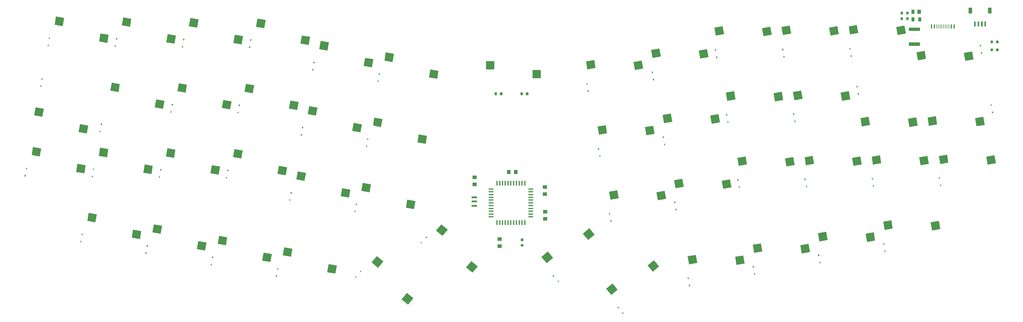
<source format=gbr>
G04 #@! TF.GenerationSoftware,KiCad,Pcbnew,(6.0.0-rc1-dev-1469-g932b9a334)*
G04 #@! TF.CreationDate,2019-10-20T15:35:16-07:00
G04 #@! TF.ProjectId,Laptreus-v2,4c617074-7265-4757-932d-76322e6b6963,rev?*
G04 #@! TF.SameCoordinates,Original*
G04 #@! TF.FileFunction,Paste,Top*
G04 #@! TF.FilePolarity,Positive*
%FSLAX46Y46*%
G04 Gerber Fmt 4.6, Leading zero omitted, Abs format (unit mm)*
G04 Created by KiCad (PCBNEW (6.0.0-rc1-dev-1469-g932b9a334)) date Sunday, October 20, 2019 at 03:35:16 PM*
%MOMM*%
%LPD*%
G04 APERTURE LIST*
%ADD10R,0.397600X1.347600*%
%ADD11R,1.347600X0.397600*%
%ADD12C,0.100000*%
%ADD13C,0.972600*%
%ADD14C,0.722600*%
%ADD15C,0.297600*%
%ADD16R,1.047600X1.247600*%
%ADD17R,0.847600X1.247600*%
%ADD18C,2.347600*%
%ADD19R,2.397600X2.347600*%
%ADD20C,1.047600*%
%ADD21C,0.447600*%
%ADD22R,1.147600X1.047600*%
%ADD23R,0.447600X1.297600*%
%ADD24R,0.147600X1.297600*%
%ADD25R,1.047600X1.147600*%
%ADD26R,1.547600X0.547600*%
G04 APERTURE END LIST*
D10*
G04 #@! TO.C,IC1*
X236999646Y-122598532D03*
X236199646Y-122598532D03*
X235399646Y-122598532D03*
X234599646Y-122598532D03*
X233799646Y-122598532D03*
X232999646Y-122598532D03*
X232199646Y-122598532D03*
X231399646Y-122598532D03*
X230599646Y-122598532D03*
X229799646Y-122598532D03*
X228999646Y-122598532D03*
D11*
X227299646Y-124298532D03*
X227299646Y-125098532D03*
X227299646Y-125898532D03*
X227299646Y-126698532D03*
X227299646Y-127498532D03*
X227299646Y-128298532D03*
X227299646Y-129098532D03*
X227299646Y-129898532D03*
X227299646Y-130698532D03*
X227299646Y-131498532D03*
X227299646Y-132298532D03*
D10*
X228999646Y-133998532D03*
X229799646Y-133998532D03*
X230599646Y-133998532D03*
X231399646Y-133998532D03*
X232199646Y-133998532D03*
X232999646Y-133998532D03*
X233799646Y-133998532D03*
X234599646Y-133998532D03*
X235399646Y-133998532D03*
X236199646Y-133998532D03*
X236999646Y-133998532D03*
D11*
X238699646Y-132298532D03*
X238699646Y-131498532D03*
X238699646Y-130698532D03*
X238699646Y-129898532D03*
X238699646Y-129098532D03*
X238699646Y-128298532D03*
X238699646Y-127498532D03*
X238699646Y-126698532D03*
X238699646Y-125898532D03*
X238699646Y-125098532D03*
X238699646Y-124298532D03*
G04 #@! TD*
D12*
G04 #@! TO.C,F1*
G36*
X350553022Y-77847344D02*
G01*
X350574002Y-77850456D01*
X350594577Y-77855610D01*
X350614548Y-77862755D01*
X350633721Y-77871824D01*
X350651914Y-77882728D01*
X350668950Y-77895363D01*
X350684666Y-77909607D01*
X350698910Y-77925323D01*
X350711545Y-77942359D01*
X350722449Y-77960552D01*
X350731518Y-77979725D01*
X350738663Y-77999696D01*
X350743817Y-78020271D01*
X350746929Y-78041251D01*
X350747970Y-78062436D01*
X350747970Y-78602770D01*
X350746929Y-78623955D01*
X350743817Y-78644935D01*
X350738663Y-78665510D01*
X350731518Y-78685481D01*
X350722449Y-78704654D01*
X350711545Y-78722847D01*
X350698910Y-78739883D01*
X350684666Y-78755599D01*
X350668950Y-78769843D01*
X350651914Y-78782478D01*
X350633721Y-78793382D01*
X350614548Y-78802451D01*
X350594577Y-78809596D01*
X350574002Y-78814750D01*
X350553022Y-78817862D01*
X350531837Y-78818903D01*
X347716503Y-78818903D01*
X347695318Y-78817862D01*
X347674338Y-78814750D01*
X347653763Y-78809596D01*
X347633792Y-78802451D01*
X347614619Y-78793382D01*
X347596426Y-78782478D01*
X347579390Y-78769843D01*
X347563674Y-78755599D01*
X347549430Y-78739883D01*
X347536795Y-78722847D01*
X347525891Y-78704654D01*
X347516822Y-78685481D01*
X347509677Y-78665510D01*
X347504523Y-78644935D01*
X347501411Y-78623955D01*
X347500370Y-78602770D01*
X347500370Y-78062436D01*
X347501411Y-78041251D01*
X347504523Y-78020271D01*
X347509677Y-77999696D01*
X347516822Y-77979725D01*
X347525891Y-77960552D01*
X347536795Y-77942359D01*
X347549430Y-77925323D01*
X347563674Y-77909607D01*
X347579390Y-77895363D01*
X347596426Y-77882728D01*
X347614619Y-77871824D01*
X347633792Y-77862755D01*
X347653763Y-77855610D01*
X347674338Y-77850456D01*
X347695318Y-77847344D01*
X347716503Y-77846303D01*
X350531837Y-77846303D01*
X350553022Y-77847344D01*
X350553022Y-77847344D01*
G37*
D13*
X349124170Y-78332603D03*
D12*
G36*
X350553022Y-82122344D02*
G01*
X350574002Y-82125456D01*
X350594577Y-82130610D01*
X350614548Y-82137755D01*
X350633721Y-82146824D01*
X350651914Y-82157728D01*
X350668950Y-82170363D01*
X350684666Y-82184607D01*
X350698910Y-82200323D01*
X350711545Y-82217359D01*
X350722449Y-82235552D01*
X350731518Y-82254725D01*
X350738663Y-82274696D01*
X350743817Y-82295271D01*
X350746929Y-82316251D01*
X350747970Y-82337436D01*
X350747970Y-82877770D01*
X350746929Y-82898955D01*
X350743817Y-82919935D01*
X350738663Y-82940510D01*
X350731518Y-82960481D01*
X350722449Y-82979654D01*
X350711545Y-82997847D01*
X350698910Y-83014883D01*
X350684666Y-83030599D01*
X350668950Y-83044843D01*
X350651914Y-83057478D01*
X350633721Y-83068382D01*
X350614548Y-83077451D01*
X350594577Y-83084596D01*
X350574002Y-83089750D01*
X350553022Y-83092862D01*
X350531837Y-83093903D01*
X347716503Y-83093903D01*
X347695318Y-83092862D01*
X347674338Y-83089750D01*
X347653763Y-83084596D01*
X347633792Y-83077451D01*
X347614619Y-83068382D01*
X347596426Y-83057478D01*
X347579390Y-83044843D01*
X347563674Y-83030599D01*
X347549430Y-83014883D01*
X347536795Y-82997847D01*
X347525891Y-82979654D01*
X347516822Y-82960481D01*
X347509677Y-82940510D01*
X347504523Y-82919935D01*
X347501411Y-82898955D01*
X347500370Y-82877770D01*
X347500370Y-82337436D01*
X347501411Y-82316251D01*
X347504523Y-82295271D01*
X347509677Y-82274696D01*
X347516822Y-82254725D01*
X347525891Y-82235552D01*
X347536795Y-82217359D01*
X347549430Y-82200323D01*
X347563674Y-82184607D01*
X347579390Y-82170363D01*
X347596426Y-82157728D01*
X347614619Y-82146824D01*
X347633792Y-82137755D01*
X347653763Y-82130610D01*
X347674338Y-82125456D01*
X347695318Y-82122344D01*
X347716503Y-82121303D01*
X350531837Y-82121303D01*
X350553022Y-82122344D01*
X350553022Y-82122344D01*
G37*
D13*
X349124170Y-82607603D03*
G04 #@! TD*
D12*
G04 #@! TO.C,R13*
G36*
X230410027Y-96497173D02*
G01*
X230427563Y-96499774D01*
X230444760Y-96504082D01*
X230461452Y-96510054D01*
X230477478Y-96517634D01*
X230492684Y-96526748D01*
X230506923Y-96537309D01*
X230520059Y-96549214D01*
X230531964Y-96562350D01*
X230542525Y-96576589D01*
X230551639Y-96591795D01*
X230559219Y-96607821D01*
X230565191Y-96624513D01*
X230569499Y-96641710D01*
X230572100Y-96659246D01*
X230572970Y-96676953D01*
X230572970Y-97113253D01*
X230572100Y-97130960D01*
X230569499Y-97148496D01*
X230565191Y-97165693D01*
X230559219Y-97182385D01*
X230551639Y-97198411D01*
X230542525Y-97213617D01*
X230531964Y-97227856D01*
X230520059Y-97240992D01*
X230506923Y-97252897D01*
X230492684Y-97263458D01*
X230477478Y-97272572D01*
X230461452Y-97280152D01*
X230444760Y-97286124D01*
X230427563Y-97290432D01*
X230410027Y-97293033D01*
X230392320Y-97293903D01*
X230031020Y-97293903D01*
X230013313Y-97293033D01*
X229995777Y-97290432D01*
X229978580Y-97286124D01*
X229961888Y-97280152D01*
X229945862Y-97272572D01*
X229930656Y-97263458D01*
X229916417Y-97252897D01*
X229903281Y-97240992D01*
X229891376Y-97227856D01*
X229880815Y-97213617D01*
X229871701Y-97198411D01*
X229864121Y-97182385D01*
X229858149Y-97165693D01*
X229853841Y-97148496D01*
X229851240Y-97130960D01*
X229850370Y-97113253D01*
X229850370Y-96676953D01*
X229851240Y-96659246D01*
X229853841Y-96641710D01*
X229858149Y-96624513D01*
X229864121Y-96607821D01*
X229871701Y-96591795D01*
X229880815Y-96576589D01*
X229891376Y-96562350D01*
X229903281Y-96549214D01*
X229916417Y-96537309D01*
X229930656Y-96526748D01*
X229945862Y-96517634D01*
X229961888Y-96510054D01*
X229978580Y-96504082D01*
X229995777Y-96499774D01*
X230013313Y-96497173D01*
X230031020Y-96496303D01*
X230392320Y-96496303D01*
X230410027Y-96497173D01*
X230410027Y-96497173D01*
G37*
D14*
X230211670Y-96895103D03*
D12*
G36*
X228835027Y-96497173D02*
G01*
X228852563Y-96499774D01*
X228869760Y-96504082D01*
X228886452Y-96510054D01*
X228902478Y-96517634D01*
X228917684Y-96526748D01*
X228931923Y-96537309D01*
X228945059Y-96549214D01*
X228956964Y-96562350D01*
X228967525Y-96576589D01*
X228976639Y-96591795D01*
X228984219Y-96607821D01*
X228990191Y-96624513D01*
X228994499Y-96641710D01*
X228997100Y-96659246D01*
X228997970Y-96676953D01*
X228997970Y-97113253D01*
X228997100Y-97130960D01*
X228994499Y-97148496D01*
X228990191Y-97165693D01*
X228984219Y-97182385D01*
X228976639Y-97198411D01*
X228967525Y-97213617D01*
X228956964Y-97227856D01*
X228945059Y-97240992D01*
X228931923Y-97252897D01*
X228917684Y-97263458D01*
X228902478Y-97272572D01*
X228886452Y-97280152D01*
X228869760Y-97286124D01*
X228852563Y-97290432D01*
X228835027Y-97293033D01*
X228817320Y-97293903D01*
X228456020Y-97293903D01*
X228438313Y-97293033D01*
X228420777Y-97290432D01*
X228403580Y-97286124D01*
X228386888Y-97280152D01*
X228370862Y-97272572D01*
X228355656Y-97263458D01*
X228341417Y-97252897D01*
X228328281Y-97240992D01*
X228316376Y-97227856D01*
X228305815Y-97213617D01*
X228296701Y-97198411D01*
X228289121Y-97182385D01*
X228283149Y-97165693D01*
X228278841Y-97148496D01*
X228276240Y-97130960D01*
X228275370Y-97113253D01*
X228275370Y-96676953D01*
X228276240Y-96659246D01*
X228278841Y-96641710D01*
X228283149Y-96624513D01*
X228289121Y-96607821D01*
X228296701Y-96591795D01*
X228305815Y-96576589D01*
X228316376Y-96562350D01*
X228328281Y-96549214D01*
X228341417Y-96537309D01*
X228355656Y-96526748D01*
X228370862Y-96517634D01*
X228386888Y-96510054D01*
X228403580Y-96504082D01*
X228420777Y-96499774D01*
X228438313Y-96497173D01*
X228456020Y-96496303D01*
X228817320Y-96496303D01*
X228835027Y-96497173D01*
X228835027Y-96497173D01*
G37*
D14*
X228636670Y-96895103D03*
G04 #@! TD*
D12*
G04 #@! TO.C,R12*
G36*
X371585027Y-83822173D02*
G01*
X371602563Y-83824774D01*
X371619760Y-83829082D01*
X371636452Y-83835054D01*
X371652478Y-83842634D01*
X371667684Y-83851748D01*
X371681923Y-83862309D01*
X371695059Y-83874214D01*
X371706964Y-83887350D01*
X371717525Y-83901589D01*
X371726639Y-83916795D01*
X371734219Y-83932821D01*
X371740191Y-83949513D01*
X371744499Y-83966710D01*
X371747100Y-83984246D01*
X371747970Y-84001953D01*
X371747970Y-84438253D01*
X371747100Y-84455960D01*
X371744499Y-84473496D01*
X371740191Y-84490693D01*
X371734219Y-84507385D01*
X371726639Y-84523411D01*
X371717525Y-84538617D01*
X371706964Y-84552856D01*
X371695059Y-84565992D01*
X371681923Y-84577897D01*
X371667684Y-84588458D01*
X371652478Y-84597572D01*
X371636452Y-84605152D01*
X371619760Y-84611124D01*
X371602563Y-84615432D01*
X371585027Y-84618033D01*
X371567320Y-84618903D01*
X371206020Y-84618903D01*
X371188313Y-84618033D01*
X371170777Y-84615432D01*
X371153580Y-84611124D01*
X371136888Y-84605152D01*
X371120862Y-84597572D01*
X371105656Y-84588458D01*
X371091417Y-84577897D01*
X371078281Y-84565992D01*
X371066376Y-84552856D01*
X371055815Y-84538617D01*
X371046701Y-84523411D01*
X371039121Y-84507385D01*
X371033149Y-84490693D01*
X371028841Y-84473496D01*
X371026240Y-84455960D01*
X371025370Y-84438253D01*
X371025370Y-84001953D01*
X371026240Y-83984246D01*
X371028841Y-83966710D01*
X371033149Y-83949513D01*
X371039121Y-83932821D01*
X371046701Y-83916795D01*
X371055815Y-83901589D01*
X371066376Y-83887350D01*
X371078281Y-83874214D01*
X371091417Y-83862309D01*
X371105656Y-83851748D01*
X371120862Y-83842634D01*
X371136888Y-83835054D01*
X371153580Y-83829082D01*
X371170777Y-83824774D01*
X371188313Y-83822173D01*
X371206020Y-83821303D01*
X371567320Y-83821303D01*
X371585027Y-83822173D01*
X371585027Y-83822173D01*
G37*
D14*
X371386670Y-84220103D03*
D12*
G36*
X373160027Y-83822173D02*
G01*
X373177563Y-83824774D01*
X373194760Y-83829082D01*
X373211452Y-83835054D01*
X373227478Y-83842634D01*
X373242684Y-83851748D01*
X373256923Y-83862309D01*
X373270059Y-83874214D01*
X373281964Y-83887350D01*
X373292525Y-83901589D01*
X373301639Y-83916795D01*
X373309219Y-83932821D01*
X373315191Y-83949513D01*
X373319499Y-83966710D01*
X373322100Y-83984246D01*
X373322970Y-84001953D01*
X373322970Y-84438253D01*
X373322100Y-84455960D01*
X373319499Y-84473496D01*
X373315191Y-84490693D01*
X373309219Y-84507385D01*
X373301639Y-84523411D01*
X373292525Y-84538617D01*
X373281964Y-84552856D01*
X373270059Y-84565992D01*
X373256923Y-84577897D01*
X373242684Y-84588458D01*
X373227478Y-84597572D01*
X373211452Y-84605152D01*
X373194760Y-84611124D01*
X373177563Y-84615432D01*
X373160027Y-84618033D01*
X373142320Y-84618903D01*
X372781020Y-84618903D01*
X372763313Y-84618033D01*
X372745777Y-84615432D01*
X372728580Y-84611124D01*
X372711888Y-84605152D01*
X372695862Y-84597572D01*
X372680656Y-84588458D01*
X372666417Y-84577897D01*
X372653281Y-84565992D01*
X372641376Y-84552856D01*
X372630815Y-84538617D01*
X372621701Y-84523411D01*
X372614121Y-84507385D01*
X372608149Y-84490693D01*
X372603841Y-84473496D01*
X372601240Y-84455960D01*
X372600370Y-84438253D01*
X372600370Y-84001953D01*
X372601240Y-83984246D01*
X372603841Y-83966710D01*
X372608149Y-83949513D01*
X372614121Y-83932821D01*
X372621701Y-83916795D01*
X372630815Y-83901589D01*
X372641376Y-83887350D01*
X372653281Y-83874214D01*
X372666417Y-83862309D01*
X372680656Y-83851748D01*
X372695862Y-83842634D01*
X372711888Y-83835054D01*
X372728580Y-83829082D01*
X372745777Y-83824774D01*
X372763313Y-83822173D01*
X372781020Y-83821303D01*
X373142320Y-83821303D01*
X373160027Y-83822173D01*
X373160027Y-83822173D01*
G37*
D14*
X372961670Y-84220103D03*
G04 #@! TD*
D12*
G04 #@! TO.C,R11*
G36*
X373160027Y-81572173D02*
G01*
X373177563Y-81574774D01*
X373194760Y-81579082D01*
X373211452Y-81585054D01*
X373227478Y-81592634D01*
X373242684Y-81601748D01*
X373256923Y-81612309D01*
X373270059Y-81624214D01*
X373281964Y-81637350D01*
X373292525Y-81651589D01*
X373301639Y-81666795D01*
X373309219Y-81682821D01*
X373315191Y-81699513D01*
X373319499Y-81716710D01*
X373322100Y-81734246D01*
X373322970Y-81751953D01*
X373322970Y-82188253D01*
X373322100Y-82205960D01*
X373319499Y-82223496D01*
X373315191Y-82240693D01*
X373309219Y-82257385D01*
X373301639Y-82273411D01*
X373292525Y-82288617D01*
X373281964Y-82302856D01*
X373270059Y-82315992D01*
X373256923Y-82327897D01*
X373242684Y-82338458D01*
X373227478Y-82347572D01*
X373211452Y-82355152D01*
X373194760Y-82361124D01*
X373177563Y-82365432D01*
X373160027Y-82368033D01*
X373142320Y-82368903D01*
X372781020Y-82368903D01*
X372763313Y-82368033D01*
X372745777Y-82365432D01*
X372728580Y-82361124D01*
X372711888Y-82355152D01*
X372695862Y-82347572D01*
X372680656Y-82338458D01*
X372666417Y-82327897D01*
X372653281Y-82315992D01*
X372641376Y-82302856D01*
X372630815Y-82288617D01*
X372621701Y-82273411D01*
X372614121Y-82257385D01*
X372608149Y-82240693D01*
X372603841Y-82223496D01*
X372601240Y-82205960D01*
X372600370Y-82188253D01*
X372600370Y-81751953D01*
X372601240Y-81734246D01*
X372603841Y-81716710D01*
X372608149Y-81699513D01*
X372614121Y-81682821D01*
X372621701Y-81666795D01*
X372630815Y-81651589D01*
X372641376Y-81637350D01*
X372653281Y-81624214D01*
X372666417Y-81612309D01*
X372680656Y-81601748D01*
X372695862Y-81592634D01*
X372711888Y-81585054D01*
X372728580Y-81579082D01*
X372745777Y-81574774D01*
X372763313Y-81572173D01*
X372781020Y-81571303D01*
X373142320Y-81571303D01*
X373160027Y-81572173D01*
X373160027Y-81572173D01*
G37*
D14*
X372961670Y-81970103D03*
D12*
G36*
X371585027Y-81572173D02*
G01*
X371602563Y-81574774D01*
X371619760Y-81579082D01*
X371636452Y-81585054D01*
X371652478Y-81592634D01*
X371667684Y-81601748D01*
X371681923Y-81612309D01*
X371695059Y-81624214D01*
X371706964Y-81637350D01*
X371717525Y-81651589D01*
X371726639Y-81666795D01*
X371734219Y-81682821D01*
X371740191Y-81699513D01*
X371744499Y-81716710D01*
X371747100Y-81734246D01*
X371747970Y-81751953D01*
X371747970Y-82188253D01*
X371747100Y-82205960D01*
X371744499Y-82223496D01*
X371740191Y-82240693D01*
X371734219Y-82257385D01*
X371726639Y-82273411D01*
X371717525Y-82288617D01*
X371706964Y-82302856D01*
X371695059Y-82315992D01*
X371681923Y-82327897D01*
X371667684Y-82338458D01*
X371652478Y-82347572D01*
X371636452Y-82355152D01*
X371619760Y-82361124D01*
X371602563Y-82365432D01*
X371585027Y-82368033D01*
X371567320Y-82368903D01*
X371206020Y-82368903D01*
X371188313Y-82368033D01*
X371170777Y-82365432D01*
X371153580Y-82361124D01*
X371136888Y-82355152D01*
X371120862Y-82347572D01*
X371105656Y-82338458D01*
X371091417Y-82327897D01*
X371078281Y-82315992D01*
X371066376Y-82302856D01*
X371055815Y-82288617D01*
X371046701Y-82273411D01*
X371039121Y-82257385D01*
X371033149Y-82240693D01*
X371028841Y-82223496D01*
X371026240Y-82205960D01*
X371025370Y-82188253D01*
X371025370Y-81751953D01*
X371026240Y-81734246D01*
X371028841Y-81716710D01*
X371033149Y-81699513D01*
X371039121Y-81682821D01*
X371046701Y-81666795D01*
X371055815Y-81651589D01*
X371066376Y-81637350D01*
X371078281Y-81624214D01*
X371091417Y-81612309D01*
X371105656Y-81601748D01*
X371120862Y-81592634D01*
X371136888Y-81585054D01*
X371153580Y-81579082D01*
X371170777Y-81574774D01*
X371188313Y-81572173D01*
X371206020Y-81571303D01*
X371567320Y-81571303D01*
X371585027Y-81572173D01*
X371585027Y-81572173D01*
G37*
D14*
X371386670Y-81970103D03*
G04 #@! TD*
D12*
G04 #@! TO.C,R10*
G36*
X236485027Y-138572173D02*
G01*
X236502563Y-138574774D01*
X236519760Y-138579082D01*
X236536452Y-138585054D01*
X236552478Y-138592634D01*
X236567684Y-138601748D01*
X236581923Y-138612309D01*
X236595059Y-138624214D01*
X236606964Y-138637350D01*
X236617525Y-138651589D01*
X236626639Y-138666795D01*
X236634219Y-138682821D01*
X236640191Y-138699513D01*
X236644499Y-138716710D01*
X236647100Y-138734246D01*
X236647970Y-138751953D01*
X236647970Y-139113253D01*
X236647100Y-139130960D01*
X236644499Y-139148496D01*
X236640191Y-139165693D01*
X236634219Y-139182385D01*
X236626639Y-139198411D01*
X236617525Y-139213617D01*
X236606964Y-139227856D01*
X236595059Y-139240992D01*
X236581923Y-139252897D01*
X236567684Y-139263458D01*
X236552478Y-139272572D01*
X236536452Y-139280152D01*
X236519760Y-139286124D01*
X236502563Y-139290432D01*
X236485027Y-139293033D01*
X236467320Y-139293903D01*
X236031020Y-139293903D01*
X236013313Y-139293033D01*
X235995777Y-139290432D01*
X235978580Y-139286124D01*
X235961888Y-139280152D01*
X235945862Y-139272572D01*
X235930656Y-139263458D01*
X235916417Y-139252897D01*
X235903281Y-139240992D01*
X235891376Y-139227856D01*
X235880815Y-139213617D01*
X235871701Y-139198411D01*
X235864121Y-139182385D01*
X235858149Y-139165693D01*
X235853841Y-139148496D01*
X235851240Y-139130960D01*
X235850370Y-139113253D01*
X235850370Y-138751953D01*
X235851240Y-138734246D01*
X235853841Y-138716710D01*
X235858149Y-138699513D01*
X235864121Y-138682821D01*
X235871701Y-138666795D01*
X235880815Y-138651589D01*
X235891376Y-138637350D01*
X235903281Y-138624214D01*
X235916417Y-138612309D01*
X235930656Y-138601748D01*
X235945862Y-138592634D01*
X235961888Y-138585054D01*
X235978580Y-138579082D01*
X235995777Y-138574774D01*
X236013313Y-138572173D01*
X236031020Y-138571303D01*
X236467320Y-138571303D01*
X236485027Y-138572173D01*
X236485027Y-138572173D01*
G37*
D14*
X236249170Y-138932603D03*
D12*
G36*
X236485027Y-140147173D02*
G01*
X236502563Y-140149774D01*
X236519760Y-140154082D01*
X236536452Y-140160054D01*
X236552478Y-140167634D01*
X236567684Y-140176748D01*
X236581923Y-140187309D01*
X236595059Y-140199214D01*
X236606964Y-140212350D01*
X236617525Y-140226589D01*
X236626639Y-140241795D01*
X236634219Y-140257821D01*
X236640191Y-140274513D01*
X236644499Y-140291710D01*
X236647100Y-140309246D01*
X236647970Y-140326953D01*
X236647970Y-140688253D01*
X236647100Y-140705960D01*
X236644499Y-140723496D01*
X236640191Y-140740693D01*
X236634219Y-140757385D01*
X236626639Y-140773411D01*
X236617525Y-140788617D01*
X236606964Y-140802856D01*
X236595059Y-140815992D01*
X236581923Y-140827897D01*
X236567684Y-140838458D01*
X236552478Y-140847572D01*
X236536452Y-140855152D01*
X236519760Y-140861124D01*
X236502563Y-140865432D01*
X236485027Y-140868033D01*
X236467320Y-140868903D01*
X236031020Y-140868903D01*
X236013313Y-140868033D01*
X235995777Y-140865432D01*
X235978580Y-140861124D01*
X235961888Y-140855152D01*
X235945862Y-140847572D01*
X235930656Y-140838458D01*
X235916417Y-140827897D01*
X235903281Y-140815992D01*
X235891376Y-140802856D01*
X235880815Y-140788617D01*
X235871701Y-140773411D01*
X235864121Y-140757385D01*
X235858149Y-140740693D01*
X235853841Y-140723496D01*
X235851240Y-140705960D01*
X235850370Y-140688253D01*
X235850370Y-140326953D01*
X235851240Y-140309246D01*
X235853841Y-140291710D01*
X235858149Y-140274513D01*
X235864121Y-140257821D01*
X235871701Y-140241795D01*
X235880815Y-140226589D01*
X235891376Y-140212350D01*
X235903281Y-140199214D01*
X235916417Y-140187309D01*
X235930656Y-140176748D01*
X235945862Y-140167634D01*
X235961888Y-140160054D01*
X235978580Y-140154082D01*
X235995777Y-140149774D01*
X236013313Y-140147173D01*
X236031020Y-140146303D01*
X236467320Y-140146303D01*
X236485027Y-140147173D01*
X236485027Y-140147173D01*
G37*
D14*
X236249170Y-140507603D03*
G04 #@! TD*
D12*
G04 #@! TO.C,R9*
G36*
X345710027Y-74847173D02*
G01*
X345727563Y-74849774D01*
X345744760Y-74854082D01*
X345761452Y-74860054D01*
X345777478Y-74867634D01*
X345792684Y-74876748D01*
X345806923Y-74887309D01*
X345820059Y-74899214D01*
X345831964Y-74912350D01*
X345842525Y-74926589D01*
X345851639Y-74941795D01*
X345859219Y-74957821D01*
X345865191Y-74974513D01*
X345869499Y-74991710D01*
X345872100Y-75009246D01*
X345872970Y-75026953D01*
X345872970Y-75463253D01*
X345872100Y-75480960D01*
X345869499Y-75498496D01*
X345865191Y-75515693D01*
X345859219Y-75532385D01*
X345851639Y-75548411D01*
X345842525Y-75563617D01*
X345831964Y-75577856D01*
X345820059Y-75590992D01*
X345806923Y-75602897D01*
X345792684Y-75613458D01*
X345777478Y-75622572D01*
X345761452Y-75630152D01*
X345744760Y-75636124D01*
X345727563Y-75640432D01*
X345710027Y-75643033D01*
X345692320Y-75643903D01*
X345331020Y-75643903D01*
X345313313Y-75643033D01*
X345295777Y-75640432D01*
X345278580Y-75636124D01*
X345261888Y-75630152D01*
X345245862Y-75622572D01*
X345230656Y-75613458D01*
X345216417Y-75602897D01*
X345203281Y-75590992D01*
X345191376Y-75577856D01*
X345180815Y-75563617D01*
X345171701Y-75548411D01*
X345164121Y-75532385D01*
X345158149Y-75515693D01*
X345153841Y-75498496D01*
X345151240Y-75480960D01*
X345150370Y-75463253D01*
X345150370Y-75026953D01*
X345151240Y-75009246D01*
X345153841Y-74991710D01*
X345158149Y-74974513D01*
X345164121Y-74957821D01*
X345171701Y-74941795D01*
X345180815Y-74926589D01*
X345191376Y-74912350D01*
X345203281Y-74899214D01*
X345216417Y-74887309D01*
X345230656Y-74876748D01*
X345245862Y-74867634D01*
X345261888Y-74860054D01*
X345278580Y-74854082D01*
X345295777Y-74849774D01*
X345313313Y-74847173D01*
X345331020Y-74846303D01*
X345692320Y-74846303D01*
X345710027Y-74847173D01*
X345710027Y-74847173D01*
G37*
D14*
X345511670Y-75245103D03*
D12*
G36*
X347285027Y-74847173D02*
G01*
X347302563Y-74849774D01*
X347319760Y-74854082D01*
X347336452Y-74860054D01*
X347352478Y-74867634D01*
X347367684Y-74876748D01*
X347381923Y-74887309D01*
X347395059Y-74899214D01*
X347406964Y-74912350D01*
X347417525Y-74926589D01*
X347426639Y-74941795D01*
X347434219Y-74957821D01*
X347440191Y-74974513D01*
X347444499Y-74991710D01*
X347447100Y-75009246D01*
X347447970Y-75026953D01*
X347447970Y-75463253D01*
X347447100Y-75480960D01*
X347444499Y-75498496D01*
X347440191Y-75515693D01*
X347434219Y-75532385D01*
X347426639Y-75548411D01*
X347417525Y-75563617D01*
X347406964Y-75577856D01*
X347395059Y-75590992D01*
X347381923Y-75602897D01*
X347367684Y-75613458D01*
X347352478Y-75622572D01*
X347336452Y-75630152D01*
X347319760Y-75636124D01*
X347302563Y-75640432D01*
X347285027Y-75643033D01*
X347267320Y-75643903D01*
X346906020Y-75643903D01*
X346888313Y-75643033D01*
X346870777Y-75640432D01*
X346853580Y-75636124D01*
X346836888Y-75630152D01*
X346820862Y-75622572D01*
X346805656Y-75613458D01*
X346791417Y-75602897D01*
X346778281Y-75590992D01*
X346766376Y-75577856D01*
X346755815Y-75563617D01*
X346746701Y-75548411D01*
X346739121Y-75532385D01*
X346733149Y-75515693D01*
X346728841Y-75498496D01*
X346726240Y-75480960D01*
X346725370Y-75463253D01*
X346725370Y-75026953D01*
X346726240Y-75009246D01*
X346728841Y-74991710D01*
X346733149Y-74974513D01*
X346739121Y-74957821D01*
X346746701Y-74941795D01*
X346755815Y-74926589D01*
X346766376Y-74912350D01*
X346778281Y-74899214D01*
X346791417Y-74887309D01*
X346805656Y-74876748D01*
X346820862Y-74867634D01*
X346836888Y-74860054D01*
X346853580Y-74854082D01*
X346870777Y-74849774D01*
X346888313Y-74847173D01*
X346906020Y-74846303D01*
X347267320Y-74846303D01*
X347285027Y-74847173D01*
X347285027Y-74847173D01*
G37*
D14*
X347086670Y-75245103D03*
G04 #@! TD*
D12*
G04 #@! TO.C,R8*
G36*
X347285027Y-73247173D02*
G01*
X347302563Y-73249774D01*
X347319760Y-73254082D01*
X347336452Y-73260054D01*
X347352478Y-73267634D01*
X347367684Y-73276748D01*
X347381923Y-73287309D01*
X347395059Y-73299214D01*
X347406964Y-73312350D01*
X347417525Y-73326589D01*
X347426639Y-73341795D01*
X347434219Y-73357821D01*
X347440191Y-73374513D01*
X347444499Y-73391710D01*
X347447100Y-73409246D01*
X347447970Y-73426953D01*
X347447970Y-73863253D01*
X347447100Y-73880960D01*
X347444499Y-73898496D01*
X347440191Y-73915693D01*
X347434219Y-73932385D01*
X347426639Y-73948411D01*
X347417525Y-73963617D01*
X347406964Y-73977856D01*
X347395059Y-73990992D01*
X347381923Y-74002897D01*
X347367684Y-74013458D01*
X347352478Y-74022572D01*
X347336452Y-74030152D01*
X347319760Y-74036124D01*
X347302563Y-74040432D01*
X347285027Y-74043033D01*
X347267320Y-74043903D01*
X346906020Y-74043903D01*
X346888313Y-74043033D01*
X346870777Y-74040432D01*
X346853580Y-74036124D01*
X346836888Y-74030152D01*
X346820862Y-74022572D01*
X346805656Y-74013458D01*
X346791417Y-74002897D01*
X346778281Y-73990992D01*
X346766376Y-73977856D01*
X346755815Y-73963617D01*
X346746701Y-73948411D01*
X346739121Y-73932385D01*
X346733149Y-73915693D01*
X346728841Y-73898496D01*
X346726240Y-73880960D01*
X346725370Y-73863253D01*
X346725370Y-73426953D01*
X346726240Y-73409246D01*
X346728841Y-73391710D01*
X346733149Y-73374513D01*
X346739121Y-73357821D01*
X346746701Y-73341795D01*
X346755815Y-73326589D01*
X346766376Y-73312350D01*
X346778281Y-73299214D01*
X346791417Y-73287309D01*
X346805656Y-73276748D01*
X346820862Y-73267634D01*
X346836888Y-73260054D01*
X346853580Y-73254082D01*
X346870777Y-73249774D01*
X346888313Y-73247173D01*
X346906020Y-73246303D01*
X347267320Y-73246303D01*
X347285027Y-73247173D01*
X347285027Y-73247173D01*
G37*
D14*
X347086670Y-73645103D03*
D12*
G36*
X345710027Y-73247173D02*
G01*
X345727563Y-73249774D01*
X345744760Y-73254082D01*
X345761452Y-73260054D01*
X345777478Y-73267634D01*
X345792684Y-73276748D01*
X345806923Y-73287309D01*
X345820059Y-73299214D01*
X345831964Y-73312350D01*
X345842525Y-73326589D01*
X345851639Y-73341795D01*
X345859219Y-73357821D01*
X345865191Y-73374513D01*
X345869499Y-73391710D01*
X345872100Y-73409246D01*
X345872970Y-73426953D01*
X345872970Y-73863253D01*
X345872100Y-73880960D01*
X345869499Y-73898496D01*
X345865191Y-73915693D01*
X345859219Y-73932385D01*
X345851639Y-73948411D01*
X345842525Y-73963617D01*
X345831964Y-73977856D01*
X345820059Y-73990992D01*
X345806923Y-74002897D01*
X345792684Y-74013458D01*
X345777478Y-74022572D01*
X345761452Y-74030152D01*
X345744760Y-74036124D01*
X345727563Y-74040432D01*
X345710027Y-74043033D01*
X345692320Y-74043903D01*
X345331020Y-74043903D01*
X345313313Y-74043033D01*
X345295777Y-74040432D01*
X345278580Y-74036124D01*
X345261888Y-74030152D01*
X345245862Y-74022572D01*
X345230656Y-74013458D01*
X345216417Y-74002897D01*
X345203281Y-73990992D01*
X345191376Y-73977856D01*
X345180815Y-73963617D01*
X345171701Y-73948411D01*
X345164121Y-73932385D01*
X345158149Y-73915693D01*
X345153841Y-73898496D01*
X345151240Y-73880960D01*
X345150370Y-73863253D01*
X345150370Y-73426953D01*
X345151240Y-73409246D01*
X345153841Y-73391710D01*
X345158149Y-73374513D01*
X345164121Y-73357821D01*
X345171701Y-73341795D01*
X345180815Y-73326589D01*
X345191376Y-73312350D01*
X345203281Y-73299214D01*
X345216417Y-73287309D01*
X345230656Y-73276748D01*
X345245862Y-73267634D01*
X345261888Y-73260054D01*
X345278580Y-73254082D01*
X345295777Y-73249774D01*
X345313313Y-73247173D01*
X345331020Y-73246303D01*
X345692320Y-73246303D01*
X345710027Y-73247173D01*
X345710027Y-73247173D01*
G37*
D14*
X345511670Y-73645103D03*
G04 #@! TD*
D12*
G04 #@! TO.C,R1*
G36*
X237885517Y-96496851D02*
G01*
X237903053Y-96499452D01*
X237920250Y-96503760D01*
X237936942Y-96509732D01*
X237952968Y-96517312D01*
X237968174Y-96526426D01*
X237982413Y-96536987D01*
X237995549Y-96548892D01*
X238007454Y-96562028D01*
X238018015Y-96576267D01*
X238027129Y-96591473D01*
X238034709Y-96607499D01*
X238040681Y-96624191D01*
X238044989Y-96641388D01*
X238047590Y-96658924D01*
X238048460Y-96676631D01*
X238048460Y-97112931D01*
X238047590Y-97130638D01*
X238044989Y-97148174D01*
X238040681Y-97165371D01*
X238034709Y-97182063D01*
X238027129Y-97198089D01*
X238018015Y-97213295D01*
X238007454Y-97227534D01*
X237995549Y-97240670D01*
X237982413Y-97252575D01*
X237968174Y-97263136D01*
X237952968Y-97272250D01*
X237936942Y-97279830D01*
X237920250Y-97285802D01*
X237903053Y-97290110D01*
X237885517Y-97292711D01*
X237867810Y-97293581D01*
X237506510Y-97293581D01*
X237488803Y-97292711D01*
X237471267Y-97290110D01*
X237454070Y-97285802D01*
X237437378Y-97279830D01*
X237421352Y-97272250D01*
X237406146Y-97263136D01*
X237391907Y-97252575D01*
X237378771Y-97240670D01*
X237366866Y-97227534D01*
X237356305Y-97213295D01*
X237347191Y-97198089D01*
X237339611Y-97182063D01*
X237333639Y-97165371D01*
X237329331Y-97148174D01*
X237326730Y-97130638D01*
X237325860Y-97112931D01*
X237325860Y-96676631D01*
X237326730Y-96658924D01*
X237329331Y-96641388D01*
X237333639Y-96624191D01*
X237339611Y-96607499D01*
X237347191Y-96591473D01*
X237356305Y-96576267D01*
X237366866Y-96562028D01*
X237378771Y-96548892D01*
X237391907Y-96536987D01*
X237406146Y-96526426D01*
X237421352Y-96517312D01*
X237437378Y-96509732D01*
X237454070Y-96503760D01*
X237471267Y-96499452D01*
X237488803Y-96496851D01*
X237506510Y-96495981D01*
X237867810Y-96495981D01*
X237885517Y-96496851D01*
X237885517Y-96496851D01*
G37*
D14*
X237687160Y-96894781D03*
D12*
G36*
X236310517Y-96496851D02*
G01*
X236328053Y-96499452D01*
X236345250Y-96503760D01*
X236361942Y-96509732D01*
X236377968Y-96517312D01*
X236393174Y-96526426D01*
X236407413Y-96536987D01*
X236420549Y-96548892D01*
X236432454Y-96562028D01*
X236443015Y-96576267D01*
X236452129Y-96591473D01*
X236459709Y-96607499D01*
X236465681Y-96624191D01*
X236469989Y-96641388D01*
X236472590Y-96658924D01*
X236473460Y-96676631D01*
X236473460Y-97112931D01*
X236472590Y-97130638D01*
X236469989Y-97148174D01*
X236465681Y-97165371D01*
X236459709Y-97182063D01*
X236452129Y-97198089D01*
X236443015Y-97213295D01*
X236432454Y-97227534D01*
X236420549Y-97240670D01*
X236407413Y-97252575D01*
X236393174Y-97263136D01*
X236377968Y-97272250D01*
X236361942Y-97279830D01*
X236345250Y-97285802D01*
X236328053Y-97290110D01*
X236310517Y-97292711D01*
X236292810Y-97293581D01*
X235931510Y-97293581D01*
X235913803Y-97292711D01*
X235896267Y-97290110D01*
X235879070Y-97285802D01*
X235862378Y-97279830D01*
X235846352Y-97272250D01*
X235831146Y-97263136D01*
X235816907Y-97252575D01*
X235803771Y-97240670D01*
X235791866Y-97227534D01*
X235781305Y-97213295D01*
X235772191Y-97198089D01*
X235764611Y-97182063D01*
X235758639Y-97165371D01*
X235754331Y-97148174D01*
X235751730Y-97130638D01*
X235750860Y-97112931D01*
X235750860Y-96676631D01*
X235751730Y-96658924D01*
X235754331Y-96641388D01*
X235758639Y-96624191D01*
X235764611Y-96607499D01*
X235772191Y-96591473D01*
X235781305Y-96576267D01*
X235791866Y-96562028D01*
X235803771Y-96548892D01*
X235816907Y-96536987D01*
X235831146Y-96526426D01*
X235846352Y-96517312D01*
X235862378Y-96509732D01*
X235879070Y-96503760D01*
X235896267Y-96499452D01*
X235913803Y-96496851D01*
X235931510Y-96495981D01*
X236292810Y-96495981D01*
X236310517Y-96496851D01*
X236310517Y-96496851D01*
G37*
D14*
X236112160Y-96894781D03*
G04 #@! TD*
D15*
G04 #@! TO.C,D1*
X368489895Y-85116195D03*
D12*
G36*
X368304493Y-84921634D02*
G01*
X368597572Y-84869956D01*
X368675297Y-85310756D01*
X368382218Y-85362434D01*
X368304493Y-84921634D01*
X368304493Y-84921634D01*
G37*
D15*
X368125233Y-83048099D03*
D12*
G36*
X367939831Y-82853538D02*
G01*
X368232910Y-82801860D01*
X368310635Y-83242660D01*
X368017556Y-83294338D01*
X367939831Y-82853538D01*
X367939831Y-82853538D01*
G37*
G04 #@! TD*
D15*
G04 #@! TO.C,D48*
X109267330Y-139428829D03*
D12*
G36*
X109159653Y-139182590D02*
G01*
X109452732Y-139234268D01*
X109375007Y-139675068D01*
X109081928Y-139623390D01*
X109159653Y-139182590D01*
X109159653Y-139182590D01*
G37*
D15*
X109631992Y-137360733D03*
D12*
G36*
X109524315Y-137114494D02*
G01*
X109817394Y-137166172D01*
X109739669Y-137606972D01*
X109446590Y-137555294D01*
X109524315Y-137114494D01*
X109524315Y-137114494D01*
G37*
G04 #@! TD*
D15*
G04 #@! TO.C,D47*
X128017329Y-142753829D03*
D12*
G36*
X127909652Y-142507590D02*
G01*
X128202731Y-142559268D01*
X128125006Y-143000068D01*
X127831927Y-142948390D01*
X127909652Y-142507590D01*
X127909652Y-142507590D01*
G37*
D15*
X128381991Y-140685733D03*
D12*
G36*
X128274314Y-140439494D02*
G01*
X128567393Y-140491172D01*
X128489668Y-140931972D01*
X128196589Y-140880294D01*
X128274314Y-140439494D01*
X128274314Y-140439494D01*
G37*
G04 #@! TD*
D15*
G04 #@! TO.C,D46*
X146792330Y-146053829D03*
D12*
G36*
X146684653Y-145807590D02*
G01*
X146977732Y-145859268D01*
X146900007Y-146300068D01*
X146606928Y-146248390D01*
X146684653Y-145807590D01*
X146684653Y-145807590D01*
G37*
D15*
X147156992Y-143985733D03*
D12*
G36*
X147049315Y-143739494D02*
G01*
X147342394Y-143791172D01*
X147264669Y-144231972D01*
X146971590Y-144180294D01*
X147049315Y-143739494D01*
X147049315Y-143739494D01*
G37*
G04 #@! TD*
D15*
G04 #@! TO.C,D45*
X165542329Y-149353829D03*
D12*
G36*
X165434652Y-149107590D02*
G01*
X165727731Y-149159268D01*
X165650006Y-149600068D01*
X165356927Y-149548390D01*
X165434652Y-149107590D01*
X165434652Y-149107590D01*
G37*
D15*
X165906991Y-147285733D03*
D12*
G36*
X165799314Y-147039494D02*
G01*
X166092393Y-147091172D01*
X166014668Y-147531972D01*
X165721589Y-147480294D01*
X165799314Y-147039494D01*
X165799314Y-147039494D01*
G37*
G04 #@! TD*
D15*
G04 #@! TO.C,D44*
X188374243Y-149624450D03*
D12*
G36*
X188404111Y-149357362D02*
G01*
X188632086Y-149548656D01*
X188344375Y-149891538D01*
X188116400Y-149700244D01*
X188404111Y-149357362D01*
X188404111Y-149357362D01*
G37*
D15*
X189724097Y-148015756D03*
D12*
G36*
X189753965Y-147748668D02*
G01*
X189981940Y-147939962D01*
X189694229Y-148282844D01*
X189466254Y-148091550D01*
X189753965Y-147748668D01*
X189753965Y-147748668D01*
G37*
G04 #@! TD*
D15*
G04 #@! TO.C,D43*
X207240289Y-139743922D03*
D12*
G36*
X207281779Y-139478392D02*
G01*
X207501193Y-139679447D01*
X207198799Y-140009452D01*
X206979385Y-139808397D01*
X207281779Y-139478392D01*
X207281779Y-139478392D01*
G37*
D15*
X208659029Y-138195640D03*
D12*
G36*
X208700519Y-137930110D02*
G01*
X208919933Y-138131165D01*
X208617539Y-138461170D01*
X208398125Y-138260115D01*
X208700519Y-137930110D01*
X208700519Y-137930110D01*
G37*
G04 #@! TD*
D15*
G04 #@! TO.C,D42*
X246683540Y-150844244D03*
D12*
G36*
X246422636Y-150779769D02*
G01*
X246642050Y-150578714D01*
X246944444Y-150908719D01*
X246725030Y-151109774D01*
X246422636Y-150779769D01*
X246422636Y-150779769D01*
G37*
D15*
X245264800Y-149295962D03*
D12*
G36*
X245003896Y-149231487D02*
G01*
X245223310Y-149030432D01*
X245525704Y-149360437D01*
X245306290Y-149561492D01*
X245003896Y-149231487D01*
X245003896Y-149231487D01*
G37*
G04 #@! TD*
D15*
G04 #@! TO.C,D41*
X265224097Y-160074450D03*
D12*
G36*
X264966254Y-159998656D02*
G01*
X265194229Y-159807362D01*
X265481940Y-160150244D01*
X265253965Y-160341538D01*
X264966254Y-159998656D01*
X264966254Y-159998656D01*
G37*
D15*
X263874243Y-158465756D03*
D12*
G36*
X263616400Y-158389962D02*
G01*
X263844375Y-158198668D01*
X264132086Y-158541550D01*
X263904111Y-158732844D01*
X263616400Y-158389962D01*
X263616400Y-158389962D01*
G37*
G04 #@! TD*
D15*
G04 #@! TO.C,D40*
X284406992Y-152078829D03*
D12*
G36*
X284221590Y-151884268D02*
G01*
X284514669Y-151832590D01*
X284592394Y-152273390D01*
X284299315Y-152325068D01*
X284221590Y-151884268D01*
X284221590Y-151884268D01*
G37*
D15*
X284042330Y-150010733D03*
D12*
G36*
X283856928Y-149816172D02*
G01*
X284150007Y-149764494D01*
X284227732Y-150205294D01*
X283934653Y-150256972D01*
X283856928Y-149816172D01*
X283856928Y-149816172D01*
G37*
G04 #@! TD*
D15*
G04 #@! TO.C,D39*
X303156991Y-148778829D03*
D12*
G36*
X302971589Y-148584268D02*
G01*
X303264668Y-148532590D01*
X303342393Y-148973390D01*
X303049314Y-149025068D01*
X302971589Y-148584268D01*
X302971589Y-148584268D01*
G37*
D15*
X302792329Y-146710733D03*
D12*
G36*
X302606927Y-146516172D02*
G01*
X302900006Y-146464494D01*
X302977731Y-146905294D01*
X302684652Y-146956972D01*
X302606927Y-146516172D01*
X302606927Y-146516172D01*
G37*
G04 #@! TD*
D15*
G04 #@! TO.C,D38*
X321938884Y-145475099D03*
D12*
G36*
X321753482Y-145280538D02*
G01*
X322046561Y-145228860D01*
X322124286Y-145669660D01*
X321831207Y-145721338D01*
X321753482Y-145280538D01*
X321753482Y-145280538D01*
G37*
D15*
X321574222Y-143407003D03*
D12*
G36*
X321388820Y-143212442D02*
G01*
X321681899Y-143160764D01*
X321759624Y-143601564D01*
X321466545Y-143653242D01*
X321388820Y-143212442D01*
X321388820Y-143212442D01*
G37*
G04 #@! TD*
D15*
G04 #@! TO.C,D37*
X340681991Y-142178829D03*
D12*
G36*
X340496589Y-141984268D02*
G01*
X340789668Y-141932590D01*
X340867393Y-142373390D01*
X340574314Y-142425068D01*
X340496589Y-141984268D01*
X340496589Y-141984268D01*
G37*
D15*
X340317329Y-140110733D03*
D12*
G36*
X340131927Y-139916172D02*
G01*
X340425006Y-139864494D01*
X340502731Y-140305294D01*
X340209652Y-140356972D01*
X340131927Y-139916172D01*
X340131927Y-139916172D01*
G37*
G04 #@! TD*
D15*
G04 #@! TO.C,D36*
X93235776Y-120498267D03*
D12*
G36*
X93128099Y-120252028D02*
G01*
X93421178Y-120303706D01*
X93343453Y-120744506D01*
X93050374Y-120692828D01*
X93128099Y-120252028D01*
X93128099Y-120252028D01*
G37*
D15*
X93600438Y-118430171D03*
D12*
G36*
X93492761Y-118183932D02*
G01*
X93785840Y-118235610D01*
X93708115Y-118676410D01*
X93415036Y-118624732D01*
X93492761Y-118183932D01*
X93492761Y-118183932D01*
G37*
G04 #@! TD*
D15*
G04 #@! TO.C,D35*
X112567328Y-120678829D03*
D12*
G36*
X112459651Y-120432590D02*
G01*
X112752730Y-120484268D01*
X112675005Y-120925068D01*
X112381926Y-120873390D01*
X112459651Y-120432590D01*
X112459651Y-120432590D01*
G37*
D15*
X112931990Y-118610733D03*
D12*
G36*
X112824313Y-118364494D02*
G01*
X113117392Y-118416172D01*
X113039667Y-118856972D01*
X112746588Y-118805294D01*
X112824313Y-118364494D01*
X112824313Y-118364494D01*
G37*
G04 #@! TD*
D15*
G04 #@! TO.C,D34*
X131892329Y-120853829D03*
D12*
G36*
X131784652Y-120607590D02*
G01*
X132077731Y-120659268D01*
X132000006Y-121100068D01*
X131706927Y-121048390D01*
X131784652Y-120607590D01*
X131784652Y-120607590D01*
G37*
D15*
X132256991Y-118785733D03*
D12*
G36*
X132149314Y-118539494D02*
G01*
X132442393Y-118591172D01*
X132364668Y-119031972D01*
X132071589Y-118980294D01*
X132149314Y-118539494D01*
X132149314Y-118539494D01*
G37*
G04 #@! TD*
D15*
G04 #@! TO.C,D33*
X151192329Y-121028829D03*
D12*
G36*
X151084652Y-120782590D02*
G01*
X151377731Y-120834268D01*
X151300006Y-121275068D01*
X151006927Y-121223390D01*
X151084652Y-120782590D01*
X151084652Y-120782590D01*
G37*
D15*
X151556991Y-118960733D03*
D12*
G36*
X151449314Y-118714494D02*
G01*
X151742393Y-118766172D01*
X151664668Y-119206972D01*
X151371589Y-119155294D01*
X151449314Y-118714494D01*
X151449314Y-118714494D01*
G37*
G04 #@! TD*
D15*
G04 #@! TO.C,D32*
X169392328Y-127478830D03*
D12*
G36*
X169284651Y-127232591D02*
G01*
X169577730Y-127284269D01*
X169500005Y-127725069D01*
X169206926Y-127673391D01*
X169284651Y-127232591D01*
X169284651Y-127232591D01*
G37*
D15*
X169756990Y-125410734D03*
D12*
G36*
X169649313Y-125164495D02*
G01*
X169942392Y-125216173D01*
X169864667Y-125656973D01*
X169571588Y-125605295D01*
X169649313Y-125164495D01*
X169649313Y-125164495D01*
G37*
G04 #@! TD*
D15*
G04 #@! TO.C,D31*
X188167330Y-130778829D03*
D12*
G36*
X188059653Y-130532590D02*
G01*
X188352732Y-130584268D01*
X188275007Y-131025068D01*
X187981928Y-130973390D01*
X188059653Y-130532590D01*
X188059653Y-130532590D01*
G37*
D15*
X188531992Y-128710733D03*
D12*
G36*
X188424315Y-128464494D02*
G01*
X188717394Y-128516172D01*
X188639669Y-128956972D01*
X188346590Y-128905294D01*
X188424315Y-128464494D01*
X188424315Y-128464494D01*
G37*
G04 #@! TD*
D15*
G04 #@! TO.C,D30*
X261781991Y-133503830D03*
D12*
G36*
X261596589Y-133309269D02*
G01*
X261889668Y-133257591D01*
X261967393Y-133698391D01*
X261674314Y-133750069D01*
X261596589Y-133309269D01*
X261596589Y-133309269D01*
G37*
D15*
X261417329Y-131435734D03*
D12*
G36*
X261231927Y-131241173D02*
G01*
X261525006Y-131189495D01*
X261602731Y-131630295D01*
X261309652Y-131681973D01*
X261231927Y-131241173D01*
X261231927Y-131241173D01*
G37*
G04 #@! TD*
D15*
G04 #@! TO.C,D29*
X280531991Y-130203830D03*
D12*
G36*
X280346589Y-130009269D02*
G01*
X280639668Y-129957591D01*
X280717393Y-130398391D01*
X280424314Y-130450069D01*
X280346589Y-130009269D01*
X280346589Y-130009269D01*
G37*
D15*
X280167329Y-128135734D03*
D12*
G36*
X279981927Y-127941173D02*
G01*
X280275006Y-127889495D01*
X280352731Y-128330295D01*
X280059652Y-128381973D01*
X279981927Y-127941173D01*
X279981927Y-127941173D01*
G37*
G04 #@! TD*
D15*
G04 #@! TO.C,D28*
X298756991Y-123753829D03*
D12*
G36*
X298571589Y-123559268D02*
G01*
X298864668Y-123507590D01*
X298942393Y-123948390D01*
X298649314Y-124000068D01*
X298571589Y-123559268D01*
X298571589Y-123559268D01*
G37*
D15*
X298392329Y-121685733D03*
D12*
G36*
X298206927Y-121491172D02*
G01*
X298500006Y-121439494D01*
X298577731Y-121880294D01*
X298284652Y-121931972D01*
X298206927Y-121491172D01*
X298206927Y-121491172D01*
G37*
G04 #@! TD*
D15*
G04 #@! TO.C,D27*
X318056991Y-123578829D03*
D12*
G36*
X317871589Y-123384268D02*
G01*
X318164668Y-123332590D01*
X318242393Y-123773390D01*
X317949314Y-123825068D01*
X317871589Y-123384268D01*
X317871589Y-123384268D01*
G37*
D15*
X317692329Y-121510733D03*
D12*
G36*
X317506927Y-121316172D02*
G01*
X317800006Y-121264494D01*
X317877731Y-121705294D01*
X317584652Y-121756972D01*
X317506927Y-121316172D01*
X317506927Y-121316172D01*
G37*
G04 #@! TD*
D15*
G04 #@! TO.C,D26*
X337381991Y-123403830D03*
D12*
G36*
X337196589Y-123209269D02*
G01*
X337489668Y-123157591D01*
X337567393Y-123598391D01*
X337274314Y-123650069D01*
X337196589Y-123209269D01*
X337196589Y-123209269D01*
G37*
D15*
X337017329Y-121335734D03*
D12*
G36*
X336831927Y-121141173D02*
G01*
X337125006Y-121089495D01*
X337202731Y-121530295D01*
X336909652Y-121581973D01*
X336831927Y-121141173D01*
X336831927Y-121141173D01*
G37*
G04 #@! TD*
D15*
G04 #@! TO.C,D25*
X356681991Y-123228829D03*
D12*
G36*
X356496589Y-123034268D02*
G01*
X356789668Y-122982590D01*
X356867393Y-123423390D01*
X356574314Y-123475068D01*
X356496589Y-123034268D01*
X356496589Y-123034268D01*
G37*
D15*
X356317329Y-121160733D03*
D12*
G36*
X356131927Y-120966172D02*
G01*
X356425006Y-120914494D01*
X356502731Y-121355294D01*
X356209652Y-121406972D01*
X356131927Y-120966172D01*
X356131927Y-120966172D01*
G37*
G04 #@! TD*
D15*
G04 #@! TO.C,D24*
X97747362Y-94703227D03*
D12*
G36*
X97639685Y-94456988D02*
G01*
X97932764Y-94508666D01*
X97855039Y-94949466D01*
X97561960Y-94897788D01*
X97639685Y-94456988D01*
X97639685Y-94456988D01*
G37*
D15*
X98112024Y-92635131D03*
D12*
G36*
X98004347Y-92388892D02*
G01*
X98297426Y-92440570D01*
X98219701Y-92881370D01*
X97926622Y-92829692D01*
X98004347Y-92388892D01*
X98004347Y-92388892D01*
G37*
G04 #@! TD*
D15*
G04 #@! TO.C,D23*
X114793174Y-107736200D03*
D12*
G36*
X114685497Y-107489961D02*
G01*
X114978576Y-107541639D01*
X114900851Y-107982439D01*
X114607772Y-107930761D01*
X114685497Y-107489961D01*
X114685497Y-107489961D01*
G37*
D15*
X115157836Y-105668104D03*
D12*
G36*
X115050159Y-105421865D02*
G01*
X115343238Y-105473543D01*
X115265513Y-105914343D01*
X114972434Y-105862665D01*
X115050159Y-105421865D01*
X115050159Y-105421865D01*
G37*
G04 #@! TD*
D15*
G04 #@! TO.C,D22*
X135192329Y-102103829D03*
D12*
G36*
X135084652Y-101857590D02*
G01*
X135377731Y-101909268D01*
X135300006Y-102350068D01*
X135006927Y-102298390D01*
X135084652Y-101857590D01*
X135084652Y-101857590D01*
G37*
D15*
X135556991Y-100035733D03*
D12*
G36*
X135449314Y-99789494D02*
G01*
X135742393Y-99841172D01*
X135664668Y-100281972D01*
X135371589Y-100230294D01*
X135449314Y-99789494D01*
X135449314Y-99789494D01*
G37*
G04 #@! TD*
D15*
G04 #@! TO.C,D21*
X154492329Y-102278830D03*
D12*
G36*
X154384652Y-102032591D02*
G01*
X154677731Y-102084269D01*
X154600006Y-102525069D01*
X154306927Y-102473391D01*
X154384652Y-102032591D01*
X154384652Y-102032591D01*
G37*
D15*
X154856991Y-100210734D03*
D12*
G36*
X154749314Y-99964495D02*
G01*
X155042393Y-100016173D01*
X154964668Y-100456973D01*
X154671589Y-100405295D01*
X154749314Y-99964495D01*
X154749314Y-99964495D01*
G37*
G04 #@! TD*
D15*
G04 #@! TO.C,D20*
X172717329Y-108703829D03*
D12*
G36*
X172609652Y-108457590D02*
G01*
X172902731Y-108509268D01*
X172825006Y-108950068D01*
X172531927Y-108898390D01*
X172609652Y-108457590D01*
X172609652Y-108457590D01*
G37*
D15*
X173081991Y-106635733D03*
D12*
G36*
X172974314Y-106389494D02*
G01*
X173267393Y-106441172D01*
X173189668Y-106881972D01*
X172896589Y-106830294D01*
X172974314Y-106389494D01*
X172974314Y-106389494D01*
G37*
G04 #@! TD*
D15*
G04 #@! TO.C,D19*
X191467330Y-112003829D03*
D12*
G36*
X191359653Y-111757590D02*
G01*
X191652732Y-111809268D01*
X191575007Y-112250068D01*
X191281928Y-112198390D01*
X191359653Y-111757590D01*
X191359653Y-111757590D01*
G37*
D15*
X191831992Y-109935733D03*
D12*
G36*
X191724315Y-109689494D02*
G01*
X192017394Y-109741172D01*
X191939669Y-110181972D01*
X191646590Y-110130294D01*
X191724315Y-109689494D01*
X191724315Y-109689494D01*
G37*
G04 #@! TD*
D15*
G04 #@! TO.C,D18*
X258606501Y-114854151D03*
D12*
G36*
X258421099Y-114659590D02*
G01*
X258714178Y-114607912D01*
X258791903Y-115048712D01*
X258498824Y-115100390D01*
X258421099Y-114659590D01*
X258421099Y-114659590D01*
G37*
D15*
X258241839Y-112786055D03*
D12*
G36*
X258056437Y-112591494D02*
G01*
X258349516Y-112539816D01*
X258427241Y-112980616D01*
X258134162Y-113032294D01*
X258056437Y-112591494D01*
X258056437Y-112591494D01*
G37*
G04 #@! TD*
D15*
G04 #@! TO.C,D17*
X277231991Y-111453830D03*
D12*
G36*
X277046589Y-111259269D02*
G01*
X277339668Y-111207591D01*
X277417393Y-111648391D01*
X277124314Y-111700069D01*
X277046589Y-111259269D01*
X277046589Y-111259269D01*
G37*
D15*
X276867329Y-109385734D03*
D12*
G36*
X276681927Y-109191173D02*
G01*
X276975006Y-109139495D01*
X277052731Y-109580295D01*
X276759652Y-109631973D01*
X276681927Y-109191173D01*
X276681927Y-109191173D01*
G37*
G04 #@! TD*
D15*
G04 #@! TO.C,D16*
X295456991Y-105003830D03*
D12*
G36*
X295271589Y-104809269D02*
G01*
X295564668Y-104757591D01*
X295642393Y-105198391D01*
X295349314Y-105250069D01*
X295271589Y-104809269D01*
X295271589Y-104809269D01*
G37*
D15*
X295092329Y-102935734D03*
D12*
G36*
X294906927Y-102741173D02*
G01*
X295200006Y-102689495D01*
X295277731Y-103130295D01*
X294984652Y-103181973D01*
X294906927Y-102741173D01*
X294906927Y-102741173D01*
G37*
G04 #@! TD*
D15*
G04 #@! TO.C,D15*
X314756992Y-104825098D03*
D12*
G36*
X314571590Y-104630537D02*
G01*
X314864669Y-104578859D01*
X314942394Y-105019659D01*
X314649315Y-105071337D01*
X314571590Y-104630537D01*
X314571590Y-104630537D01*
G37*
D15*
X314392330Y-102757002D03*
D12*
G36*
X314206928Y-102562441D02*
G01*
X314500007Y-102510763D01*
X314577732Y-102951563D01*
X314284653Y-103003241D01*
X314206928Y-102562441D01*
X314206928Y-102562441D01*
G37*
G04 #@! TD*
D15*
G04 #@! TO.C,D14*
X332998390Y-96908380D03*
D12*
G36*
X332812988Y-96713819D02*
G01*
X333106067Y-96662141D01*
X333183792Y-97102941D01*
X332890713Y-97154619D01*
X332812988Y-96713819D01*
X332812988Y-96713819D01*
G37*
D15*
X332633728Y-94840284D03*
D12*
G36*
X332448326Y-94645723D02*
G01*
X332741405Y-94594045D01*
X332819130Y-95034845D01*
X332526051Y-95086523D01*
X332448326Y-94645723D01*
X332448326Y-94645723D01*
G37*
G04 #@! TD*
D15*
G04 #@! TO.C,D13*
X371600098Y-102232560D03*
D12*
G36*
X371414696Y-102037999D02*
G01*
X371707775Y-101986321D01*
X371785500Y-102427121D01*
X371492421Y-102478799D01*
X371414696Y-102037999D01*
X371414696Y-102037999D01*
G37*
D15*
X371235436Y-100164464D03*
D12*
G36*
X371050034Y-99969903D02*
G01*
X371343113Y-99918225D01*
X371420838Y-100359025D01*
X371127759Y-100410703D01*
X371050034Y-99969903D01*
X371050034Y-99969903D01*
G37*
G04 #@! TD*
D15*
G04 #@! TO.C,D12*
X99866839Y-82954151D03*
D12*
G36*
X99759162Y-82707912D02*
G01*
X100052241Y-82759590D01*
X99974516Y-83200390D01*
X99681437Y-83148712D01*
X99759162Y-82707912D01*
X99759162Y-82707912D01*
G37*
D15*
X100231501Y-80886055D03*
D12*
G36*
X100123824Y-80639816D02*
G01*
X100416903Y-80691494D01*
X100339178Y-81132294D01*
X100046099Y-81080616D01*
X100123824Y-80639816D01*
X100123824Y-80639816D01*
G37*
G04 #@! TD*
D15*
G04 #@! TO.C,D11*
X119192329Y-83153830D03*
D12*
G36*
X119084652Y-82907591D02*
G01*
X119377731Y-82959269D01*
X119300006Y-83400069D01*
X119006927Y-83348391D01*
X119084652Y-82907591D01*
X119084652Y-82907591D01*
G37*
D15*
X119556991Y-81085734D03*
D12*
G36*
X119449314Y-80839495D02*
G01*
X119742393Y-80891173D01*
X119664668Y-81331973D01*
X119371589Y-81280295D01*
X119449314Y-80839495D01*
X119449314Y-80839495D01*
G37*
G04 #@! TD*
D15*
G04 #@! TO.C,D10*
X138492329Y-83328829D03*
D12*
G36*
X138384652Y-83082590D02*
G01*
X138677731Y-83134268D01*
X138600006Y-83575068D01*
X138306927Y-83523390D01*
X138384652Y-83082590D01*
X138384652Y-83082590D01*
G37*
D15*
X138856991Y-81260733D03*
D12*
G36*
X138749314Y-81014494D02*
G01*
X139042393Y-81066172D01*
X138964668Y-81506972D01*
X138671589Y-81455294D01*
X138749314Y-81014494D01*
X138749314Y-81014494D01*
G37*
G04 #@! TD*
D15*
G04 #@! TO.C,D9*
X157817330Y-83503829D03*
D12*
G36*
X157709653Y-83257590D02*
G01*
X158002732Y-83309268D01*
X157925007Y-83750068D01*
X157631928Y-83698390D01*
X157709653Y-83257590D01*
X157709653Y-83257590D01*
G37*
D15*
X158181992Y-81435733D03*
D12*
G36*
X158074315Y-81189494D02*
G01*
X158367394Y-81241172D01*
X158289669Y-81681972D01*
X157996590Y-81630294D01*
X158074315Y-81189494D01*
X158074315Y-81189494D01*
G37*
G04 #@! TD*
D15*
G04 #@! TO.C,D8*
X176017330Y-89953829D03*
D12*
G36*
X175909653Y-89707590D02*
G01*
X176202732Y-89759268D01*
X176125007Y-90200068D01*
X175831928Y-90148390D01*
X175909653Y-89707590D01*
X175909653Y-89707590D01*
G37*
D15*
X176381992Y-87885733D03*
D12*
G36*
X176274315Y-87639494D02*
G01*
X176567394Y-87691172D01*
X176489669Y-88131972D01*
X176196590Y-88080294D01*
X176274315Y-87639494D01*
X176274315Y-87639494D01*
G37*
G04 #@! TD*
D15*
G04 #@! TO.C,D7*
X194792329Y-93253829D03*
D12*
G36*
X194684652Y-93007590D02*
G01*
X194977731Y-93059268D01*
X194900006Y-93500068D01*
X194606927Y-93448390D01*
X194684652Y-93007590D01*
X194684652Y-93007590D01*
G37*
D15*
X195156991Y-91185733D03*
D12*
G36*
X195049314Y-90939494D02*
G01*
X195342393Y-90991172D01*
X195264668Y-91431972D01*
X194971589Y-91380294D01*
X195049314Y-90939494D01*
X195049314Y-90939494D01*
G37*
G04 #@! TD*
D15*
G04 #@! TO.C,D6*
X255281501Y-96104151D03*
D12*
G36*
X255096099Y-95909590D02*
G01*
X255389178Y-95857912D01*
X255466903Y-96298712D01*
X255173824Y-96350390D01*
X255096099Y-95909590D01*
X255096099Y-95909590D01*
G37*
D15*
X254916839Y-94036055D03*
D12*
G36*
X254731437Y-93841494D02*
G01*
X255024516Y-93789816D01*
X255102241Y-94230616D01*
X254809162Y-94282294D01*
X254731437Y-93841494D01*
X254731437Y-93841494D01*
G37*
G04 #@! TD*
D15*
G04 #@! TO.C,D5*
X274081501Y-92804151D03*
D12*
G36*
X273896099Y-92609590D02*
G01*
X274189178Y-92557912D01*
X274266903Y-92998712D01*
X273973824Y-93050390D01*
X273896099Y-92609590D01*
X273896099Y-92609590D01*
G37*
D15*
X273716839Y-90736055D03*
D12*
G36*
X273531437Y-90541494D02*
G01*
X273824516Y-90489816D01*
X273902241Y-90930616D01*
X273609162Y-90982294D01*
X273531437Y-90541494D01*
X273531437Y-90541494D01*
G37*
G04 #@! TD*
D15*
G04 #@! TO.C,D4*
X292281501Y-86379151D03*
D12*
G36*
X292096099Y-86184590D02*
G01*
X292389178Y-86132912D01*
X292466903Y-86573712D01*
X292173824Y-86625390D01*
X292096099Y-86184590D01*
X292096099Y-86184590D01*
G37*
D15*
X291916839Y-84311055D03*
D12*
G36*
X291731437Y-84116494D02*
G01*
X292024516Y-84064816D01*
X292102241Y-84505616D01*
X291809162Y-84557294D01*
X291731437Y-84116494D01*
X291731437Y-84116494D01*
G37*
G04 #@! TD*
D15*
G04 #@! TO.C,D3*
X311606501Y-86204151D03*
D12*
G36*
X311421099Y-86009590D02*
G01*
X311714178Y-85957912D01*
X311791903Y-86398712D01*
X311498824Y-86450390D01*
X311421099Y-86009590D01*
X311421099Y-86009590D01*
G37*
D15*
X311241839Y-84136055D03*
D12*
G36*
X311056437Y-83941494D02*
G01*
X311349516Y-83889816D01*
X311427241Y-84330616D01*
X311134162Y-84382294D01*
X311056437Y-83941494D01*
X311056437Y-83941494D01*
G37*
G04 #@! TD*
D15*
G04 #@! TO.C,D2*
X330956501Y-86029151D03*
D12*
G36*
X330771099Y-85834590D02*
G01*
X331064178Y-85782912D01*
X331141903Y-86223712D01*
X330848824Y-86275390D01*
X330771099Y-85834590D01*
X330771099Y-85834590D01*
G37*
D15*
X330591839Y-83961055D03*
D12*
G36*
X330406437Y-83766494D02*
G01*
X330699516Y-83714816D01*
X330777241Y-84155616D01*
X330484162Y-84207294D01*
X330406437Y-83766494D01*
X330406437Y-83766494D01*
G37*
G04 #@! TD*
D16*
G04 #@! TO.C,U6*
X350469170Y-73295103D03*
D17*
X348749170Y-73295103D03*
X348749170Y-75495103D03*
X350649170Y-75495103D03*
G04 #@! TD*
D18*
G04 #@! TO.C,SW2*
X345274630Y-78587233D03*
D12*
G36*
X344297871Y-79951370D02*
G01*
X343890214Y-77639435D01*
X346251389Y-77223096D01*
X346659046Y-79535031D01*
X344297871Y-79951370D01*
X344297871Y-79951370D01*
G37*
D18*
X331597747Y-78419653D03*
D12*
G36*
X330620988Y-79783790D02*
G01*
X330213331Y-77471855D01*
X332574506Y-77055516D01*
X332982163Y-79367451D01*
X330620988Y-79783790D01*
X330620988Y-79783790D01*
G37*
G04 #@! TD*
D18*
G04 #@! TO.C,SW8*
X192034789Y-87894515D03*
D12*
G36*
X190650373Y-88842313D02*
G01*
X191058030Y-86530378D01*
X193419205Y-86946717D01*
X193011548Y-89258652D01*
X190650373Y-88842313D01*
X190650373Y-88842313D01*
G37*
D18*
X179240040Y-83059272D03*
D12*
G36*
X177855624Y-84007070D02*
G01*
X178263281Y-81695135D01*
X180624456Y-82111474D01*
X180216799Y-84423409D01*
X177855624Y-84007070D01*
X177855624Y-84007070D01*
G37*
G04 #@! TD*
D18*
G04 #@! TO.C,SW3*
X325962709Y-78768468D03*
D12*
G36*
X324985950Y-80132605D02*
G01*
X324578293Y-77820670D01*
X326939468Y-77404331D01*
X327347125Y-79716266D01*
X324985950Y-80132605D01*
X324985950Y-80132605D01*
G37*
D18*
X312285826Y-78600888D03*
D12*
G36*
X311309067Y-79965025D02*
G01*
X310901410Y-77653090D01*
X313262585Y-77236751D01*
X313670242Y-79548686D01*
X311309067Y-79965025D01*
X311309067Y-79965025D01*
G37*
G04 #@! TD*
D18*
G04 #@! TO.C,SW20*
X188726793Y-106655101D03*
D12*
G36*
X187342377Y-107602899D02*
G01*
X187750034Y-105290964D01*
X190111209Y-105707303D01*
X189703552Y-108019238D01*
X187342377Y-107602899D01*
X187342377Y-107602899D01*
G37*
D18*
X175932044Y-101819858D03*
D12*
G36*
X174547628Y-102767656D02*
G01*
X174955285Y-100455721D01*
X177316460Y-100872060D01*
X176908803Y-103183995D01*
X174547628Y-102767656D01*
X174547628Y-102767656D01*
G37*
G04 #@! TD*
D18*
G04 #@! TO.C,SW31*
X204179382Y-128723688D03*
D12*
G36*
X202794966Y-129671486D02*
G01*
X203202623Y-127359551D01*
X205563798Y-127775890D01*
X205156141Y-130087825D01*
X202794966Y-129671486D01*
X202794966Y-129671486D01*
G37*
D18*
X191384633Y-123888445D03*
D12*
G36*
X190000217Y-124836243D02*
G01*
X190407874Y-122524308D01*
X192769049Y-122940647D01*
X192361392Y-125252582D01*
X190000217Y-124836243D01*
X190000217Y-124836243D01*
G37*
G04 #@! TD*
D18*
G04 #@! TO.C,SW32*
X185418796Y-125415692D03*
D12*
G36*
X184034380Y-126363490D02*
G01*
X184442037Y-124051555D01*
X186803212Y-124467894D01*
X186395555Y-126779829D01*
X184034380Y-126363490D01*
X184034380Y-126363490D01*
G37*
D18*
X172624047Y-120580449D03*
D12*
G36*
X171239631Y-121528247D02*
G01*
X171647288Y-119216312D01*
X174008463Y-119632651D01*
X173600806Y-121944586D01*
X171239631Y-121528247D01*
X171239631Y-121528247D01*
G37*
G04 #@! TD*
D18*
G04 #@! TO.C,SW34*
X147897619Y-118799696D03*
D12*
G36*
X146513203Y-119747494D02*
G01*
X146920860Y-117435559D01*
X149282035Y-117851898D01*
X148874378Y-120163833D01*
X146513203Y-119747494D01*
X146513203Y-119747494D01*
G37*
D18*
X135102870Y-113964453D03*
D12*
G36*
X133718454Y-114912251D02*
G01*
X134126111Y-112600316D01*
X136487286Y-113016655D01*
X136079629Y-115328590D01*
X133718454Y-114912251D01*
X133718454Y-114912251D01*
G37*
G04 #@! TD*
D18*
G04 #@! TO.C,SW42*
X255401377Y-137288415D03*
D12*
G36*
X255237547Y-138958172D02*
G01*
X253728539Y-137159806D01*
X255565207Y-135618658D01*
X257074215Y-137417024D01*
X255237547Y-138958172D01*
X255237547Y-138958172D01*
G37*
D18*
X243473059Y-143981728D03*
D12*
G36*
X243309229Y-145651485D02*
G01*
X241800221Y-143853119D01*
X243636889Y-142311971D01*
X245145897Y-144110337D01*
X243309229Y-145651485D01*
X243309229Y-145651485D01*
G37*
G04 #@! TD*
D18*
G04 #@! TO.C,SW47*
X144038288Y-140687048D03*
D12*
G36*
X142653872Y-141634846D02*
G01*
X143061529Y-139322911D01*
X145422704Y-139739250D01*
X145015047Y-142051185D01*
X142653872Y-141634846D01*
X142653872Y-141634846D01*
G37*
D18*
X131243539Y-135851805D03*
D12*
G36*
X129859123Y-136799603D02*
G01*
X130266780Y-134487668D01*
X132627955Y-134904007D01*
X132220298Y-137215942D01*
X129859123Y-136799603D01*
X129859123Y-136799603D01*
G37*
G04 #@! TD*
D18*
G04 #@! TO.C,SW6*
X269680945Y-88692460D03*
D12*
G36*
X268704186Y-90056597D02*
G01*
X268296529Y-87744662D01*
X270657704Y-87328323D01*
X271065361Y-89640258D01*
X268704186Y-90056597D01*
X268704186Y-90056597D01*
G37*
D18*
X256004062Y-88524880D03*
D12*
G36*
X255027303Y-89889017D02*
G01*
X254619646Y-87577082D01*
X256980821Y-87160743D01*
X257388478Y-89472678D01*
X255027303Y-89889017D01*
X255027303Y-89889017D01*
G37*
G04 #@! TD*
D18*
G04 #@! TO.C,SW9*
X173825534Y-81459753D03*
D12*
G36*
X172441118Y-82407551D02*
G01*
X172848775Y-80095616D01*
X175209950Y-80511955D01*
X174802293Y-82823890D01*
X172441118Y-82407551D01*
X172441118Y-82407551D01*
G37*
D18*
X161030785Y-76624510D03*
D12*
G36*
X159646369Y-77572308D02*
G01*
X160054026Y-75260373D01*
X162415201Y-75676712D01*
X162007544Y-77988647D01*
X159646369Y-77572308D01*
X159646369Y-77572308D01*
G37*
G04 #@! TD*
D18*
G04 #@! TO.C,SW7*
X210795378Y-91202513D03*
D12*
G36*
X209410962Y-92150311D02*
G01*
X209818619Y-89838376D01*
X212179794Y-90254715D01*
X211772137Y-92566650D01*
X209410962Y-92150311D01*
X209410962Y-92150311D01*
G37*
D18*
X198000629Y-86367270D03*
D12*
G36*
X196616213Y-87315068D02*
G01*
X197023870Y-85003133D01*
X199385045Y-85419472D01*
X198977388Y-87731407D01*
X196616213Y-87315068D01*
X196616213Y-87315068D01*
G37*
G04 #@! TD*
D18*
G04 #@! TO.C,SW19*
X207487380Y-109963101D03*
D12*
G36*
X206102964Y-110910899D02*
G01*
X206510621Y-108598964D01*
X208871796Y-109015303D01*
X208464139Y-111327238D01*
X206102964Y-110910899D01*
X206102964Y-110910899D01*
G37*
D18*
X194692631Y-105127858D03*
D12*
G36*
X193308215Y-106075656D02*
G01*
X193715872Y-103763721D01*
X196077047Y-104180060D01*
X195669390Y-106491995D01*
X193308215Y-106075656D01*
X193308215Y-106075656D01*
G37*
G04 #@! TD*
D18*
G04 #@! TO.C,SW12*
X115879048Y-80869956D03*
D12*
G36*
X114494632Y-81817754D02*
G01*
X114902289Y-79505819D01*
X117263464Y-79922158D01*
X116855807Y-82234093D01*
X114494632Y-81817754D01*
X114494632Y-81817754D01*
G37*
D18*
X103084299Y-76034713D03*
D12*
G36*
X101699883Y-76982511D02*
G01*
X102107540Y-74670576D01*
X104468715Y-75086915D01*
X104061058Y-77398850D01*
X101699883Y-76982511D01*
X101699883Y-76982511D01*
G37*
G04 #@! TD*
D18*
G04 #@! TO.C,SW5*
X288441534Y-85384461D03*
D12*
G36*
X287464775Y-86748598D02*
G01*
X287057118Y-84436663D01*
X289418293Y-84020324D01*
X289825950Y-86332259D01*
X287464775Y-86748598D01*
X287464775Y-86748598D01*
G37*
D18*
X274764651Y-85216881D03*
D12*
G36*
X273787892Y-86581018D02*
G01*
X273380235Y-84269083D01*
X275741410Y-83852744D01*
X276149067Y-86164679D01*
X273787892Y-86581018D01*
X273787892Y-86581018D01*
G37*
G04 #@! TD*
D18*
G04 #@! TO.C,SW10*
X154513615Y-81278519D03*
D12*
G36*
X153129199Y-82226317D02*
G01*
X153536856Y-79914382D01*
X155898031Y-80330721D01*
X155490374Y-82642656D01*
X153129199Y-82226317D01*
X153129199Y-82226317D01*
G37*
D18*
X141718866Y-76443276D03*
D12*
G36*
X140334450Y-77391074D02*
G01*
X140742107Y-75079139D01*
X143103282Y-75495478D01*
X142695625Y-77807413D01*
X140334450Y-77391074D01*
X140334450Y-77391074D01*
G37*
G04 #@! TD*
D18*
G04 #@! TO.C,SW13*
X354300006Y-104722040D03*
D12*
G36*
X355276765Y-103357903D02*
G01*
X355684422Y-105669838D01*
X353323247Y-106086177D01*
X352915590Y-103774242D01*
X355276765Y-103357903D01*
X355276765Y-103357903D01*
G37*
D18*
X367976889Y-104889620D03*
D12*
G36*
X368953648Y-103525483D02*
G01*
X369361305Y-105837418D01*
X367000130Y-106253757D01*
X366592473Y-103941822D01*
X368953648Y-103525483D01*
X368953648Y-103525483D01*
G37*
G04 #@! TD*
D18*
G04 #@! TO.C,SW16*
X309958786Y-97710287D03*
D12*
G36*
X308982027Y-99074424D02*
G01*
X308574370Y-96762489D01*
X310935545Y-96346150D01*
X311343202Y-98658085D01*
X308982027Y-99074424D01*
X308982027Y-99074424D01*
G37*
D18*
X296281903Y-97542707D03*
D12*
G36*
X295305144Y-98906844D02*
G01*
X294897487Y-96594909D01*
X297258662Y-96178570D01*
X297666319Y-98490505D01*
X295305144Y-98906844D01*
X295305144Y-98906844D01*
G37*
G04 #@! TD*
D18*
G04 #@! TO.C,SW17*
X291749530Y-104145049D03*
D12*
G36*
X290772771Y-105509186D02*
G01*
X290365114Y-103197251D01*
X292726289Y-102780912D01*
X293133946Y-105092847D01*
X290772771Y-105509186D01*
X290772771Y-105509186D01*
G37*
D18*
X278072647Y-103977469D03*
D12*
G36*
X277095888Y-105341606D02*
G01*
X276688231Y-103029671D01*
X279049406Y-102613332D01*
X279457063Y-104925267D01*
X277095888Y-105341606D01*
X277095888Y-105341606D01*
G37*
G04 #@! TD*
D18*
G04 #@! TO.C,SW21*
X170517537Y-100220340D03*
D12*
G36*
X169133121Y-101168138D02*
G01*
X169540778Y-98856203D01*
X171901953Y-99272542D01*
X171494296Y-101584477D01*
X169133121Y-101168138D01*
X169133121Y-101168138D01*
G37*
D18*
X157722788Y-95385097D03*
D12*
G36*
X156338372Y-96332895D02*
G01*
X156746029Y-94020960D01*
X159107204Y-94437299D01*
X158699547Y-96749234D01*
X156338372Y-96332895D01*
X156338372Y-96332895D01*
G37*
G04 #@! TD*
D18*
G04 #@! TO.C,SW18*
X272988943Y-107453049D03*
D12*
G36*
X272012184Y-108817186D02*
G01*
X271604527Y-106505251D01*
X273965702Y-106088912D01*
X274373359Y-108400847D01*
X272012184Y-108817186D01*
X272012184Y-108817186D01*
G37*
D18*
X259312060Y-107285469D03*
D12*
G36*
X258335301Y-108649606D02*
G01*
X257927644Y-106337671D01*
X260288819Y-105921332D01*
X260696476Y-108233267D01*
X258335301Y-108649606D01*
X258335301Y-108649606D01*
G37*
G04 #@! TD*
D18*
G04 #@! TO.C,SW22*
X151205619Y-100039105D03*
D12*
G36*
X149821203Y-100986903D02*
G01*
X150228860Y-98674968D01*
X152590035Y-99091307D01*
X152182378Y-101403242D01*
X149821203Y-100986903D01*
X149821203Y-100986903D01*
G37*
D18*
X138410870Y-95203862D03*
D12*
G36*
X137026454Y-96151660D02*
G01*
X137434111Y-93839725D01*
X139795286Y-94256064D01*
X139387629Y-96567999D01*
X137026454Y-96151660D01*
X137026454Y-96151660D01*
G37*
G04 #@! TD*
D18*
G04 #@! TO.C,SW29*
X295057530Y-122905637D03*
D12*
G36*
X294080771Y-124269774D02*
G01*
X293673114Y-121957839D01*
X296034289Y-121541500D01*
X296441946Y-123853435D01*
X294080771Y-124269774D01*
X294080771Y-124269774D01*
G37*
D18*
X281380647Y-122738057D03*
D12*
G36*
X280403888Y-124102194D02*
G01*
X279996231Y-121790259D01*
X282357406Y-121373920D01*
X282765063Y-123685855D01*
X280403888Y-124102194D01*
X280403888Y-124102194D01*
G37*
G04 #@! TD*
D18*
G04 #@! TO.C,SW33*
X167209538Y-118980929D03*
D12*
G36*
X165825122Y-119928727D02*
G01*
X166232779Y-117616792D01*
X168593954Y-118033131D01*
X168186297Y-120345066D01*
X165825122Y-119928727D01*
X165825122Y-119928727D01*
G37*
D18*
X154414789Y-114145686D03*
D12*
G36*
X153030373Y-115093484D02*
G01*
X153438030Y-112781549D01*
X155799205Y-113197888D01*
X155391548Y-115509823D01*
X153030373Y-115093484D01*
X153030373Y-115093484D01*
G37*
G04 #@! TD*
D18*
G04 #@! TO.C,SW37*
X355198622Y-134868997D03*
D12*
G36*
X354221863Y-136233134D02*
G01*
X353814206Y-133921199D01*
X356175381Y-133504860D01*
X356583038Y-135816795D01*
X354221863Y-136233134D01*
X354221863Y-136233134D01*
G37*
D18*
X341521739Y-134701417D03*
D12*
G36*
X340544980Y-136065554D02*
G01*
X340137323Y-133753619D01*
X342498498Y-133337280D01*
X342906155Y-135649215D01*
X340544980Y-136065554D01*
X340544980Y-136065554D01*
G37*
G04 #@! TD*
D18*
G04 #@! TO.C,SW39*
X317677449Y-141484991D03*
D12*
G36*
X316700690Y-142849128D02*
G01*
X316293033Y-140537193D01*
X318654208Y-140120854D01*
X319061865Y-142432789D01*
X316700690Y-142849128D01*
X316700690Y-142849128D01*
G37*
D18*
X304000566Y-141317411D03*
D12*
G36*
X303023807Y-142681548D02*
G01*
X302616150Y-140369613D01*
X304977325Y-139953274D01*
X305384982Y-142265209D01*
X303023807Y-142681548D01*
X303023807Y-142681548D01*
G37*
G04 #@! TD*
D18*
G04 #@! TO.C,SW46*
X162798877Y-143995045D03*
D12*
G36*
X161414461Y-144942843D02*
G01*
X161822118Y-142630908D01*
X164183293Y-143047247D01*
X163775636Y-145359182D01*
X161414461Y-144942843D01*
X161414461Y-144942843D01*
G37*
D18*
X150004128Y-139159802D03*
D12*
G36*
X148619712Y-140107600D02*
G01*
X149027369Y-137795665D01*
X151388544Y-138212004D01*
X150980887Y-140523939D01*
X148619712Y-140107600D01*
X148619712Y-140107600D01*
G37*
G04 #@! TD*
D18*
G04 #@! TO.C,SW41*
X273997613Y-146463621D03*
D12*
G36*
X273833783Y-148133378D02*
G01*
X272324775Y-146335012D01*
X274161443Y-144793864D01*
X275670451Y-146592230D01*
X273833783Y-148133378D01*
X273833783Y-148133378D01*
G37*
D18*
X262069295Y-153156934D03*
D12*
G36*
X261905465Y-154826691D02*
G01*
X260396457Y-153028325D01*
X262233125Y-151487177D01*
X263742133Y-153285543D01*
X261905465Y-154826691D01*
X261905465Y-154826691D01*
G37*
G04 #@! TD*
D18*
G04 #@! TO.C,SW26*
X351890625Y-116108409D03*
D12*
G36*
X350913866Y-117472546D02*
G01*
X350506209Y-115160611D01*
X352867384Y-114744272D01*
X353275041Y-117056207D01*
X350913866Y-117472546D01*
X350913866Y-117472546D01*
G37*
D18*
X338213742Y-115940829D03*
D12*
G36*
X337236983Y-117304966D02*
G01*
X336829326Y-114993031D01*
X339190501Y-114576692D01*
X339598158Y-116888627D01*
X337236983Y-117304966D01*
X337236983Y-117304966D01*
G37*
G04 #@! TD*
D18*
G04 #@! TO.C,SW27*
X332578705Y-116289641D03*
D12*
G36*
X331601946Y-117653778D02*
G01*
X331194289Y-115341843D01*
X333555464Y-114925504D01*
X333963121Y-117237439D01*
X331601946Y-117653778D01*
X331601946Y-117653778D01*
G37*
D18*
X318901822Y-116122061D03*
D12*
G36*
X317925063Y-117486198D02*
G01*
X317517406Y-115174263D01*
X319878581Y-114757924D01*
X320286238Y-117069859D01*
X317925063Y-117486198D01*
X317925063Y-117486198D01*
G37*
G04 #@! TD*
D18*
G04 #@! TO.C,SW28*
X313266785Y-116470874D03*
D12*
G36*
X312290026Y-117835011D02*
G01*
X311882369Y-115523076D01*
X314243544Y-115106737D01*
X314651201Y-117418672D01*
X312290026Y-117835011D01*
X312290026Y-117835011D01*
G37*
D18*
X299589902Y-116303294D03*
D12*
G36*
X298613143Y-117667431D02*
G01*
X298205486Y-115355496D01*
X300566661Y-114939157D01*
X300974318Y-117251092D01*
X298613143Y-117667431D01*
X298613143Y-117667431D01*
G37*
G04 #@! TD*
D18*
G04 #@! TO.C,SW30*
X276296940Y-126213634D03*
D12*
G36*
X275320181Y-127577771D02*
G01*
X274912524Y-125265836D01*
X277273699Y-124849497D01*
X277681356Y-127161432D01*
X275320181Y-127577771D01*
X275320181Y-127577771D01*
G37*
D18*
X262620057Y-126046054D03*
D12*
G36*
X261643298Y-127410191D02*
G01*
X261235641Y-125098256D01*
X263596816Y-124681917D01*
X264004473Y-126993852D01*
X261643298Y-127410191D01*
X261643298Y-127410191D01*
G37*
G04 #@! TD*
D18*
G04 #@! TO.C,SW38*
X336438036Y-138176994D03*
D12*
G36*
X335461277Y-139541131D02*
G01*
X335053620Y-137229196D01*
X337414795Y-136812857D01*
X337822452Y-139124792D01*
X335461277Y-139541131D01*
X335461277Y-139541131D01*
G37*
D18*
X322761153Y-138009414D03*
D12*
G36*
X321784394Y-139373551D02*
G01*
X321376737Y-137061616D01*
X323737912Y-136645277D01*
X324145569Y-138957212D01*
X321784394Y-139373551D01*
X321784394Y-139373551D01*
G37*
G04 #@! TD*
D18*
G04 #@! TO.C,SW45*
X181559462Y-147303044D03*
D12*
G36*
X180175046Y-148250842D02*
G01*
X180582703Y-145938907D01*
X182943878Y-146355246D01*
X182536221Y-148667181D01*
X180175046Y-148250842D01*
X180175046Y-148250842D01*
G37*
D18*
X168764713Y-142467801D03*
D12*
G36*
X167380297Y-143415599D02*
G01*
X167787954Y-141103664D01*
X170149129Y-141520003D01*
X169741472Y-143831938D01*
X167380297Y-143415599D01*
X167380297Y-143415599D01*
G37*
G04 #@! TD*
D18*
G04 #@! TO.C,SW43*
X221806867Y-146736734D03*
D12*
G36*
X220134029Y-146865343D02*
G01*
X221643037Y-145066977D01*
X223479705Y-146608125D01*
X221970697Y-148406491D01*
X220134029Y-146865343D01*
X220134029Y-146865343D01*
G37*
D18*
X213143910Y-136151916D03*
D12*
G36*
X211471072Y-136280525D02*
G01*
X212980080Y-134482159D01*
X214816748Y-136023307D01*
X213307740Y-137821673D01*
X211471072Y-136280525D01*
X211471072Y-136280525D01*
G37*
G04 #@! TD*
D18*
G04 #@! TO.C,SW35*
X128585700Y-118618463D03*
D12*
G36*
X127201284Y-119566261D02*
G01*
X127608941Y-117254326D01*
X129970116Y-117670665D01*
X129562459Y-119982600D01*
X127201284Y-119566261D01*
X127201284Y-119566261D01*
G37*
D18*
X115790951Y-113783220D03*
D12*
G36*
X114406535Y-114731018D02*
G01*
X114814192Y-112419083D01*
X117175367Y-112835422D01*
X116767710Y-115147357D01*
X114406535Y-114731018D01*
X114406535Y-114731018D01*
G37*
G04 #@! TD*
D18*
G04 #@! TO.C,SW48*
X125277700Y-137379049D03*
D12*
G36*
X123893284Y-138326847D02*
G01*
X124300941Y-136014912D01*
X126662116Y-136431251D01*
X126254459Y-138743186D01*
X123893284Y-138326847D01*
X123893284Y-138326847D01*
G37*
D18*
X112482951Y-132543806D03*
D12*
G36*
X111098535Y-133491604D02*
G01*
X111506192Y-131179669D01*
X113867367Y-131596008D01*
X113459710Y-133907943D01*
X111098535Y-133491604D01*
X111098535Y-133491604D01*
G37*
G04 #@! TD*
D18*
G04 #@! TO.C,SW11*
X135201694Y-81097288D03*
D12*
G36*
X133817278Y-82045086D02*
G01*
X134224935Y-79733151D01*
X136586110Y-80149490D01*
X136178453Y-82461425D01*
X133817278Y-82045086D01*
X133817278Y-82045086D01*
G37*
D18*
X122406945Y-76262045D03*
D12*
G36*
X121022529Y-77209843D02*
G01*
X121430186Y-74897908D01*
X123791361Y-75314247D01*
X123383704Y-77626182D01*
X121022529Y-77209843D01*
X121022529Y-77209843D01*
G37*
G04 #@! TD*
D18*
G04 #@! TO.C,SW4*
X306650787Y-78949699D03*
D12*
G36*
X305674028Y-80313836D02*
G01*
X305266371Y-78001901D01*
X307627546Y-77585562D01*
X308035203Y-79897497D01*
X305674028Y-80313836D01*
X305674028Y-80313836D01*
G37*
D18*
X292973904Y-78782119D03*
D12*
G36*
X291997145Y-80146256D02*
G01*
X291589488Y-77834321D01*
X293950663Y-77417982D01*
X294358320Y-79729917D01*
X291997145Y-80146256D01*
X291997145Y-80146256D01*
G37*
G04 #@! TD*
D18*
G04 #@! TO.C,SW15*
X329270707Y-97529052D03*
D12*
G36*
X328293948Y-98893189D02*
G01*
X327886291Y-96581254D01*
X330247466Y-96164915D01*
X330655123Y-98476850D01*
X328293948Y-98893189D01*
X328293948Y-98893189D01*
G37*
D18*
X315593824Y-97361472D03*
D12*
G36*
X314617065Y-98725609D02*
G01*
X314209408Y-96413674D01*
X316570583Y-95997335D01*
X316978240Y-98309270D01*
X314617065Y-98725609D01*
X314617065Y-98725609D01*
G37*
G04 #@! TD*
D18*
G04 #@! TO.C,SW40*
X298916861Y-144792989D03*
D12*
G36*
X297940102Y-146157126D02*
G01*
X297532445Y-143845191D01*
X299893620Y-143428852D01*
X300301277Y-145740787D01*
X297940102Y-146157126D01*
X297940102Y-146157126D01*
G37*
D18*
X285239978Y-144625409D03*
D12*
G36*
X284263219Y-145989546D02*
G01*
X283855562Y-143677611D01*
X286216737Y-143261272D01*
X286624394Y-145573207D01*
X284263219Y-145989546D01*
X284263219Y-145989546D01*
G37*
G04 #@! TD*
D18*
G04 #@! TO.C,SW44*
X203262967Y-155910581D03*
D12*
G36*
X201590129Y-156039190D02*
G01*
X203099137Y-154240824D01*
X204935805Y-155781972D01*
X203426797Y-157580338D01*
X201590129Y-156039190D01*
X201590129Y-156039190D01*
G37*
D18*
X194600010Y-145325763D03*
D12*
G36*
X192927172Y-145454372D02*
G01*
X194436180Y-143656006D01*
X196272848Y-145197154D01*
X194763840Y-146995520D01*
X192927172Y-145454372D01*
X192927172Y-145454372D01*
G37*
G04 #@! TD*
D18*
G04 #@! TO.C,SW1*
X351092006Y-85911453D03*
D12*
G36*
X352068765Y-84547316D02*
G01*
X352476422Y-86859251D01*
X350115247Y-87275590D01*
X349707590Y-84963655D01*
X352068765Y-84547316D01*
X352068765Y-84547316D01*
G37*
D18*
X364768889Y-86079033D03*
D12*
G36*
X365745648Y-84714896D02*
G01*
X366153305Y-87026831D01*
X363792130Y-87443170D01*
X363384473Y-85131235D01*
X365745648Y-84714896D01*
X365745648Y-84714896D01*
G37*
G04 #@! TD*
D19*
G04 #@! TO.C,SW_RESET2*
X240449645Y-91255051D03*
X227009645Y-88715051D03*
G04 #@! TD*
D18*
G04 #@! TO.C,SW25*
X357525666Y-115759596D03*
D12*
G36*
X356548907Y-117123733D02*
G01*
X356141250Y-114811798D01*
X358502425Y-114395459D01*
X358910082Y-116707394D01*
X356548907Y-117123733D01*
X356548907Y-117123733D01*
G37*
D18*
X371202549Y-115927176D03*
D12*
G36*
X370225790Y-117291313D02*
G01*
X369818133Y-114979378D01*
X372179308Y-114563039D01*
X372586965Y-116874974D01*
X370225790Y-117291313D01*
X370225790Y-117291313D01*
G37*
G04 #@! TD*
D18*
G04 #@! TO.C,SW14*
X348664967Y-105070852D03*
D12*
G36*
X349641726Y-103706715D02*
G01*
X350049383Y-106018650D01*
X347688208Y-106434989D01*
X347280551Y-104123054D01*
X349641726Y-103706715D01*
X349641726Y-103706715D01*
G37*
D18*
X334988084Y-104903272D03*
D12*
G36*
X335964843Y-103539135D02*
G01*
X336372500Y-105851070D01*
X334011325Y-106267409D01*
X333603668Y-103955474D01*
X335964843Y-103539135D01*
X335964843Y-103539135D01*
G37*
G04 #@! TD*
D18*
G04 #@! TO.C,SW23*
X119098948Y-95022632D03*
D12*
G36*
X117714532Y-95970430D02*
G01*
X118122189Y-93658495D01*
X120483364Y-94074834D01*
X120075707Y-96386769D01*
X117714532Y-95970430D01*
X117714532Y-95970430D01*
G37*
D18*
X131893697Y-99857875D03*
D12*
G36*
X130509281Y-100805673D02*
G01*
X130916938Y-98493738D01*
X133278113Y-98910077D01*
X132870456Y-101222012D01*
X130509281Y-100805673D01*
X130509281Y-100805673D01*
G37*
G04 #@! TD*
D18*
G04 #@! TO.C,SW24*
X110017717Y-106962080D03*
D12*
G36*
X111402133Y-106014282D02*
G01*
X110994476Y-108326217D01*
X108633301Y-107909878D01*
X109040958Y-105597943D01*
X111402133Y-106014282D01*
X111402133Y-106014282D01*
G37*
D18*
X97222968Y-102126837D03*
D12*
G36*
X98607384Y-101179039D02*
G01*
X98199727Y-103490974D01*
X95838552Y-103074635D01*
X96246209Y-100762700D01*
X98607384Y-101179039D01*
X98607384Y-101179039D01*
G37*
G04 #@! TD*
D18*
G04 #@! TO.C,SW36*
X96479030Y-113601987D03*
D12*
G36*
X95094614Y-114549785D02*
G01*
X95502271Y-112237850D01*
X97863446Y-112654189D01*
X97455789Y-114966124D01*
X95094614Y-114549785D01*
X95094614Y-114549785D01*
G37*
D18*
X109273779Y-118437230D03*
D12*
G36*
X107889363Y-119385028D02*
G01*
X108297020Y-117073093D01*
X110658195Y-117489432D01*
X110250538Y-119801367D01*
X107889363Y-119385028D01*
X107889363Y-119385028D01*
G37*
G04 #@! TD*
G04 #@! TO.C,J2*
G36*
X365551113Y-72097354D02*
G01*
X365572299Y-72100497D01*
X365593075Y-72105701D01*
X365613241Y-72112916D01*
X365632603Y-72122074D01*
X365650974Y-72133085D01*
X365668177Y-72145843D01*
X365684046Y-72160227D01*
X365698430Y-72176096D01*
X365711188Y-72193299D01*
X365722199Y-72211670D01*
X365731357Y-72231032D01*
X365738572Y-72251198D01*
X365743776Y-72271974D01*
X365746919Y-72293160D01*
X365747970Y-72314552D01*
X365747970Y-73525654D01*
X365746919Y-73547046D01*
X365743776Y-73568232D01*
X365738572Y-73589008D01*
X365731357Y-73609174D01*
X365722199Y-73628536D01*
X365711188Y-73646907D01*
X365698430Y-73664110D01*
X365684046Y-73679979D01*
X365668177Y-73694363D01*
X365650974Y-73707121D01*
X365632603Y-73718132D01*
X365613241Y-73727290D01*
X365593075Y-73734505D01*
X365572299Y-73739709D01*
X365551113Y-73742852D01*
X365529721Y-73743903D01*
X364918619Y-73743903D01*
X364897227Y-73742852D01*
X364876041Y-73739709D01*
X364855265Y-73734505D01*
X364835099Y-73727290D01*
X364815737Y-73718132D01*
X364797366Y-73707121D01*
X364780163Y-73694363D01*
X364764294Y-73679979D01*
X364749910Y-73664110D01*
X364737152Y-73646907D01*
X364726141Y-73628536D01*
X364716983Y-73609174D01*
X364709768Y-73589008D01*
X364704564Y-73568232D01*
X364701421Y-73547046D01*
X364700370Y-73525654D01*
X364700370Y-72314552D01*
X364701421Y-72293160D01*
X364704564Y-72271974D01*
X364709768Y-72251198D01*
X364716983Y-72231032D01*
X364726141Y-72211670D01*
X364737152Y-72193299D01*
X364749910Y-72176096D01*
X364764294Y-72160227D01*
X364780163Y-72145843D01*
X364797366Y-72133085D01*
X364815737Y-72122074D01*
X364835099Y-72112916D01*
X364855265Y-72105701D01*
X364876041Y-72100497D01*
X364897227Y-72097354D01*
X364918619Y-72096303D01*
X365529721Y-72096303D01*
X365551113Y-72097354D01*
X365551113Y-72097354D01*
G37*
D20*
X365224170Y-72920103D03*
D12*
G36*
X371151113Y-72097354D02*
G01*
X371172299Y-72100497D01*
X371193075Y-72105701D01*
X371213241Y-72112916D01*
X371232603Y-72122074D01*
X371250974Y-72133085D01*
X371268177Y-72145843D01*
X371284046Y-72160227D01*
X371298430Y-72176096D01*
X371311188Y-72193299D01*
X371322199Y-72211670D01*
X371331357Y-72231032D01*
X371338572Y-72251198D01*
X371343776Y-72271974D01*
X371346919Y-72293160D01*
X371347970Y-72314552D01*
X371347970Y-73525654D01*
X371346919Y-73547046D01*
X371343776Y-73568232D01*
X371338572Y-73589008D01*
X371331357Y-73609174D01*
X371322199Y-73628536D01*
X371311188Y-73646907D01*
X371298430Y-73664110D01*
X371284046Y-73679979D01*
X371268177Y-73694363D01*
X371250974Y-73707121D01*
X371232603Y-73718132D01*
X371213241Y-73727290D01*
X371193075Y-73734505D01*
X371172299Y-73739709D01*
X371151113Y-73742852D01*
X371129721Y-73743903D01*
X370518619Y-73743903D01*
X370497227Y-73742852D01*
X370476041Y-73739709D01*
X370455265Y-73734505D01*
X370435099Y-73727290D01*
X370415737Y-73718132D01*
X370397366Y-73707121D01*
X370380163Y-73694363D01*
X370364294Y-73679979D01*
X370349910Y-73664110D01*
X370337152Y-73646907D01*
X370326141Y-73628536D01*
X370316983Y-73609174D01*
X370309768Y-73589008D01*
X370304564Y-73568232D01*
X370301421Y-73547046D01*
X370300370Y-73525654D01*
X370300370Y-72314552D01*
X370301421Y-72293160D01*
X370304564Y-72271974D01*
X370309768Y-72251198D01*
X370316983Y-72231032D01*
X370326141Y-72211670D01*
X370337152Y-72193299D01*
X370349910Y-72176096D01*
X370364294Y-72160227D01*
X370380163Y-72145843D01*
X370397366Y-72133085D01*
X370415737Y-72122074D01*
X370435099Y-72112916D01*
X370455265Y-72105701D01*
X370476041Y-72100497D01*
X370497227Y-72097354D01*
X370518619Y-72096303D01*
X371129721Y-72096303D01*
X371151113Y-72097354D01*
X371151113Y-72097354D01*
G37*
D20*
X370824170Y-72920103D03*
D12*
G36*
X366647038Y-76096842D02*
G01*
X366657901Y-76098453D01*
X366668553Y-76101121D01*
X366678892Y-76104821D01*
X366688819Y-76109516D01*
X366698238Y-76115162D01*
X366707059Y-76121703D01*
X366715195Y-76129078D01*
X366722570Y-76137214D01*
X366729111Y-76146035D01*
X366734757Y-76155454D01*
X366739452Y-76165381D01*
X366743152Y-76175720D01*
X366745820Y-76186372D01*
X366747431Y-76197235D01*
X366747970Y-76208203D01*
X366747970Y-77382003D01*
X366747431Y-77392971D01*
X366745820Y-77403834D01*
X366743152Y-77414486D01*
X366739452Y-77424825D01*
X366734757Y-77434752D01*
X366729111Y-77444171D01*
X366722570Y-77452992D01*
X366715195Y-77461128D01*
X366707059Y-77468503D01*
X366698238Y-77475044D01*
X366688819Y-77480690D01*
X366678892Y-77485385D01*
X366668553Y-77489085D01*
X366657901Y-77491753D01*
X366647038Y-77493364D01*
X366636070Y-77493903D01*
X366412270Y-77493903D01*
X366401302Y-77493364D01*
X366390439Y-77491753D01*
X366379787Y-77489085D01*
X366369448Y-77485385D01*
X366359521Y-77480690D01*
X366350102Y-77475044D01*
X366341281Y-77468503D01*
X366333145Y-77461128D01*
X366325770Y-77452992D01*
X366319229Y-77444171D01*
X366313583Y-77434752D01*
X366308888Y-77424825D01*
X366305188Y-77414486D01*
X366302520Y-77403834D01*
X366300909Y-77392971D01*
X366300370Y-77382003D01*
X366300370Y-76208203D01*
X366300909Y-76197235D01*
X366302520Y-76186372D01*
X366305188Y-76175720D01*
X366308888Y-76165381D01*
X366313583Y-76155454D01*
X366319229Y-76146035D01*
X366325770Y-76137214D01*
X366333145Y-76129078D01*
X366341281Y-76121703D01*
X366350102Y-76115162D01*
X366359521Y-76109516D01*
X366369448Y-76104821D01*
X366379787Y-76101121D01*
X366390439Y-76098453D01*
X366401302Y-76096842D01*
X366412270Y-76096303D01*
X366636070Y-76096303D01*
X366647038Y-76096842D01*
X366647038Y-76096842D01*
G37*
D21*
X366524170Y-76795103D03*
D12*
G36*
X367647038Y-76096842D02*
G01*
X367657901Y-76098453D01*
X367668553Y-76101121D01*
X367678892Y-76104821D01*
X367688819Y-76109516D01*
X367698238Y-76115162D01*
X367707059Y-76121703D01*
X367715195Y-76129078D01*
X367722570Y-76137214D01*
X367729111Y-76146035D01*
X367734757Y-76155454D01*
X367739452Y-76165381D01*
X367743152Y-76175720D01*
X367745820Y-76186372D01*
X367747431Y-76197235D01*
X367747970Y-76208203D01*
X367747970Y-77382003D01*
X367747431Y-77392971D01*
X367745820Y-77403834D01*
X367743152Y-77414486D01*
X367739452Y-77424825D01*
X367734757Y-77434752D01*
X367729111Y-77444171D01*
X367722570Y-77452992D01*
X367715195Y-77461128D01*
X367707059Y-77468503D01*
X367698238Y-77475044D01*
X367688819Y-77480690D01*
X367678892Y-77485385D01*
X367668553Y-77489085D01*
X367657901Y-77491753D01*
X367647038Y-77493364D01*
X367636070Y-77493903D01*
X367412270Y-77493903D01*
X367401302Y-77493364D01*
X367390439Y-77491753D01*
X367379787Y-77489085D01*
X367369448Y-77485385D01*
X367359521Y-77480690D01*
X367350102Y-77475044D01*
X367341281Y-77468503D01*
X367333145Y-77461128D01*
X367325770Y-77452992D01*
X367319229Y-77444171D01*
X367313583Y-77434752D01*
X367308888Y-77424825D01*
X367305188Y-77414486D01*
X367302520Y-77403834D01*
X367300909Y-77392971D01*
X367300370Y-77382003D01*
X367300370Y-76208203D01*
X367300909Y-76197235D01*
X367302520Y-76186372D01*
X367305188Y-76175720D01*
X367308888Y-76165381D01*
X367313583Y-76155454D01*
X367319229Y-76146035D01*
X367325770Y-76137214D01*
X367333145Y-76129078D01*
X367341281Y-76121703D01*
X367350102Y-76115162D01*
X367359521Y-76109516D01*
X367369448Y-76104821D01*
X367379787Y-76101121D01*
X367390439Y-76098453D01*
X367401302Y-76096842D01*
X367412270Y-76096303D01*
X367636070Y-76096303D01*
X367647038Y-76096842D01*
X367647038Y-76096842D01*
G37*
D21*
X367524170Y-76795103D03*
D12*
G36*
X368647038Y-76096842D02*
G01*
X368657901Y-76098453D01*
X368668553Y-76101121D01*
X368678892Y-76104821D01*
X368688819Y-76109516D01*
X368698238Y-76115162D01*
X368707059Y-76121703D01*
X368715195Y-76129078D01*
X368722570Y-76137214D01*
X368729111Y-76146035D01*
X368734757Y-76155454D01*
X368739452Y-76165381D01*
X368743152Y-76175720D01*
X368745820Y-76186372D01*
X368747431Y-76197235D01*
X368747970Y-76208203D01*
X368747970Y-77382003D01*
X368747431Y-77392971D01*
X368745820Y-77403834D01*
X368743152Y-77414486D01*
X368739452Y-77424825D01*
X368734757Y-77434752D01*
X368729111Y-77444171D01*
X368722570Y-77452992D01*
X368715195Y-77461128D01*
X368707059Y-77468503D01*
X368698238Y-77475044D01*
X368688819Y-77480690D01*
X368678892Y-77485385D01*
X368668553Y-77489085D01*
X368657901Y-77491753D01*
X368647038Y-77493364D01*
X368636070Y-77493903D01*
X368412270Y-77493903D01*
X368401302Y-77493364D01*
X368390439Y-77491753D01*
X368379787Y-77489085D01*
X368369448Y-77485385D01*
X368359521Y-77480690D01*
X368350102Y-77475044D01*
X368341281Y-77468503D01*
X368333145Y-77461128D01*
X368325770Y-77452992D01*
X368319229Y-77444171D01*
X368313583Y-77434752D01*
X368308888Y-77424825D01*
X368305188Y-77414486D01*
X368302520Y-77403834D01*
X368300909Y-77392971D01*
X368300370Y-77382003D01*
X368300370Y-76208203D01*
X368300909Y-76197235D01*
X368302520Y-76186372D01*
X368305188Y-76175720D01*
X368308888Y-76165381D01*
X368313583Y-76155454D01*
X368319229Y-76146035D01*
X368325770Y-76137214D01*
X368333145Y-76129078D01*
X368341281Y-76121703D01*
X368350102Y-76115162D01*
X368359521Y-76109516D01*
X368369448Y-76104821D01*
X368379787Y-76101121D01*
X368390439Y-76098453D01*
X368401302Y-76096842D01*
X368412270Y-76096303D01*
X368636070Y-76096303D01*
X368647038Y-76096842D01*
X368647038Y-76096842D01*
G37*
D21*
X368524170Y-76795103D03*
D12*
G36*
X369647038Y-76096842D02*
G01*
X369657901Y-76098453D01*
X369668553Y-76101121D01*
X369678892Y-76104821D01*
X369688819Y-76109516D01*
X369698238Y-76115162D01*
X369707059Y-76121703D01*
X369715195Y-76129078D01*
X369722570Y-76137214D01*
X369729111Y-76146035D01*
X369734757Y-76155454D01*
X369739452Y-76165381D01*
X369743152Y-76175720D01*
X369745820Y-76186372D01*
X369747431Y-76197235D01*
X369747970Y-76208203D01*
X369747970Y-77382003D01*
X369747431Y-77392971D01*
X369745820Y-77403834D01*
X369743152Y-77414486D01*
X369739452Y-77424825D01*
X369734757Y-77434752D01*
X369729111Y-77444171D01*
X369722570Y-77452992D01*
X369715195Y-77461128D01*
X369707059Y-77468503D01*
X369698238Y-77475044D01*
X369688819Y-77480690D01*
X369678892Y-77485385D01*
X369668553Y-77489085D01*
X369657901Y-77491753D01*
X369647038Y-77493364D01*
X369636070Y-77493903D01*
X369412270Y-77493903D01*
X369401302Y-77493364D01*
X369390439Y-77491753D01*
X369379787Y-77489085D01*
X369369448Y-77485385D01*
X369359521Y-77480690D01*
X369350102Y-77475044D01*
X369341281Y-77468503D01*
X369333145Y-77461128D01*
X369325770Y-77452992D01*
X369319229Y-77444171D01*
X369313583Y-77434752D01*
X369308888Y-77424825D01*
X369305188Y-77414486D01*
X369302520Y-77403834D01*
X369300909Y-77392971D01*
X369300370Y-77382003D01*
X369300370Y-76208203D01*
X369300909Y-76197235D01*
X369302520Y-76186372D01*
X369305188Y-76175720D01*
X369308888Y-76165381D01*
X369313583Y-76155454D01*
X369319229Y-76146035D01*
X369325770Y-76137214D01*
X369333145Y-76129078D01*
X369341281Y-76121703D01*
X369350102Y-76115162D01*
X369359521Y-76109516D01*
X369369448Y-76104821D01*
X369379787Y-76101121D01*
X369390439Y-76098453D01*
X369401302Y-76096842D01*
X369412270Y-76096303D01*
X369636070Y-76096303D01*
X369647038Y-76096842D01*
X369647038Y-76096842D01*
G37*
D21*
X369524170Y-76795103D03*
G04 #@! TD*
D22*
G04 #@! TO.C,C5*
X222599661Y-120978781D03*
X222599661Y-123010781D03*
G04 #@! TD*
D23*
G04 #@! TO.C,J1*
X354074645Y-77490053D03*
X360524645Y-77490053D03*
X354849645Y-77490053D03*
X359749645Y-77490053D03*
D24*
X359049645Y-77490053D03*
X355549645Y-77490053D03*
X358549645Y-77490052D03*
X356049645Y-77490053D03*
X358049645Y-77490054D03*
X356549645Y-77490053D03*
X357049645Y-77490053D03*
X357549645Y-77490053D03*
G04 #@! TD*
D22*
G04 #@! TO.C,C2*
X229774660Y-138703781D03*
X229774660Y-140735781D03*
G04 #@! TD*
G04 #@! TO.C,C3*
X242824660Y-123703781D03*
X242824660Y-125735781D03*
G04 #@! TD*
G04 #@! TO.C,C4*
X242849660Y-132910781D03*
X242849660Y-130878781D03*
G04 #@! TD*
D25*
G04 #@! TO.C,C7*
X232383645Y-119395052D03*
X234415645Y-119395052D03*
G04 #@! TD*
D26*
G04 #@! TO.C,Y1*
X222499645Y-126720052D03*
X222499645Y-127920052D03*
X222499645Y-129120052D03*
G04 #@! TD*
M02*

</source>
